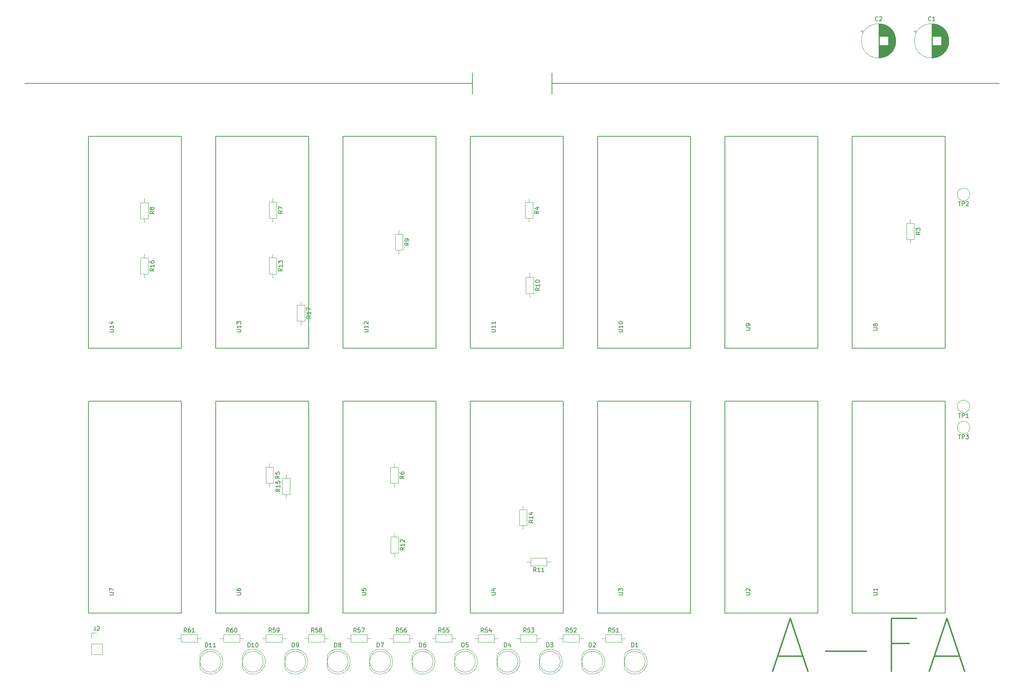
<source format=gbr>
G04 #@! TF.GenerationSoftware,KiCad,Pcbnew,(5.0.0)*
G04 #@! TF.CreationDate,2019-03-30T18:13:55+00:00*
G04 #@! TF.ProjectId,A-FA,412D46412E6B696361645F7063620000,rev?*
G04 #@! TF.SameCoordinates,Original*
G04 #@! TF.FileFunction,Legend,Top*
G04 #@! TF.FilePolarity,Positive*
%FSLAX46Y46*%
G04 Gerber Fmt 4.6, Leading zero omitted, Abs format (unit mm)*
G04 Created by KiCad (PCBNEW (5.0.0)) date 03/30/19 18:13:55*
%MOMM*%
%LPD*%
G01*
G04 APERTURE LIST*
%ADD10C,0.200000*%
%ADD11C,0.300000*%
%ADD12C,0.150000*%
%ADD13C,0.120000*%
G04 APERTURE END LIST*
D10*
X151599900Y-40640000D02*
X151599900Y-45720000D01*
X151599900Y-43180000D02*
X258749800Y-43180000D01*
X132549900Y-40640000D02*
X132549900Y-45720000D01*
X25400000Y-43180000D02*
X132549900Y-43180000D01*
D11*
X205685571Y-180551666D02*
X211733190Y-180551666D01*
X204476047Y-184180238D02*
X208709380Y-171480238D01*
X212942714Y-184180238D01*
X217176047Y-179342142D02*
X226852238Y-179342142D01*
X237133190Y-177527857D02*
X232899857Y-177527857D01*
X232899857Y-184180238D02*
X232899857Y-171480238D01*
X238947476Y-171480238D01*
X243180809Y-180551666D02*
X249228428Y-180551666D01*
X241971285Y-184180238D02*
X246204619Y-171480238D01*
X250437952Y-184180238D01*
D12*
G04 #@! TO.C,U8*
X245745000Y-106680000D02*
X223520000Y-106680000D01*
X245745000Y-55880000D02*
X245745000Y-106680000D01*
X223520000Y-55880000D02*
X245745000Y-55880000D01*
X223520000Y-106680000D02*
X223520000Y-55880000D01*
G04 #@! TO.C,U1*
X245745000Y-170180000D02*
X223520000Y-170180000D01*
X245745000Y-119380000D02*
X245745000Y-170180000D01*
X223520000Y-119380000D02*
X245745000Y-119380000D01*
X223520000Y-170180000D02*
X223520000Y-119380000D01*
G04 #@! TO.C,U12*
X123825000Y-106680000D02*
X101600000Y-106680000D01*
X123825000Y-55880000D02*
X123825000Y-106680000D01*
X101600000Y-55880000D02*
X123825000Y-55880000D01*
X101600000Y-106680000D02*
X101600000Y-55880000D01*
G04 #@! TO.C,U11*
X154305000Y-106680000D02*
X132080000Y-106680000D01*
X154305000Y-55880000D02*
X154305000Y-106680000D01*
X132080000Y-55880000D02*
X154305000Y-55880000D01*
X132080000Y-106680000D02*
X132080000Y-55880000D01*
G04 #@! TO.C,U14*
X62865000Y-106680000D02*
X40640000Y-106680000D01*
X62865000Y-55880000D02*
X62865000Y-106680000D01*
X40640000Y-55880000D02*
X62865000Y-55880000D01*
X40640000Y-106680000D02*
X40640000Y-55880000D01*
G04 #@! TO.C,U13*
X93345000Y-106680000D02*
X71120000Y-106680000D01*
X93345000Y-55880000D02*
X93345000Y-106680000D01*
X71120000Y-55880000D02*
X93345000Y-55880000D01*
X71120000Y-106680000D02*
X71120000Y-55880000D01*
D13*
G04 #@! TO.C,R3*
X238346000Y-76756500D02*
X236506000Y-76756500D01*
X236506000Y-76756500D02*
X236506000Y-80596500D01*
X236506000Y-80596500D02*
X238346000Y-80596500D01*
X238346000Y-80596500D02*
X238346000Y-76756500D01*
X237426000Y-75806500D02*
X237426000Y-76756500D01*
X237426000Y-81546500D02*
X237426000Y-80596500D01*
G04 #@! TO.C,R4*
X147034000Y-71740000D02*
X145194000Y-71740000D01*
X145194000Y-71740000D02*
X145194000Y-75580000D01*
X145194000Y-75580000D02*
X147034000Y-75580000D01*
X147034000Y-75580000D02*
X147034000Y-71740000D01*
X146114000Y-70790000D02*
X146114000Y-71740000D01*
X146114000Y-76530000D02*
X146114000Y-75580000D01*
G04 #@! TO.C,R5*
X84930500Y-135240000D02*
X83090500Y-135240000D01*
X83090500Y-135240000D02*
X83090500Y-139080000D01*
X83090500Y-139080000D02*
X84930500Y-139080000D01*
X84930500Y-139080000D02*
X84930500Y-135240000D01*
X84010500Y-134290000D02*
X84010500Y-135240000D01*
X84010500Y-140030000D02*
X84010500Y-139080000D01*
G04 #@! TO.C,R6*
X114776000Y-135240000D02*
X112936000Y-135240000D01*
X112936000Y-135240000D02*
X112936000Y-139080000D01*
X112936000Y-139080000D02*
X114776000Y-139080000D01*
X114776000Y-139080000D02*
X114776000Y-135240000D01*
X113856000Y-134290000D02*
X113856000Y-135240000D01*
X113856000Y-140030000D02*
X113856000Y-139080000D01*
G04 #@! TO.C,R7*
X85692500Y-71676500D02*
X83852500Y-71676500D01*
X83852500Y-71676500D02*
X83852500Y-75516500D01*
X83852500Y-75516500D02*
X85692500Y-75516500D01*
X85692500Y-75516500D02*
X85692500Y-71676500D01*
X84772500Y-70726500D02*
X84772500Y-71676500D01*
X84772500Y-76466500D02*
X84772500Y-75516500D01*
G04 #@! TO.C,R8*
X54895000Y-71803500D02*
X53055000Y-71803500D01*
X53055000Y-71803500D02*
X53055000Y-75643500D01*
X53055000Y-75643500D02*
X54895000Y-75643500D01*
X54895000Y-75643500D02*
X54895000Y-71803500D01*
X53975000Y-70853500D02*
X53975000Y-71803500D01*
X53975000Y-76593500D02*
X53975000Y-75643500D01*
G04 #@! TO.C,R9*
X115918000Y-79360000D02*
X114078000Y-79360000D01*
X114078000Y-79360000D02*
X114078000Y-83200000D01*
X114078000Y-83200000D02*
X115918000Y-83200000D01*
X115918000Y-83200000D02*
X115918000Y-79360000D01*
X114998000Y-78410000D02*
X114998000Y-79360000D01*
X114998000Y-84150000D02*
X114998000Y-83200000D01*
G04 #@! TO.C,R10*
X147224000Y-89710500D02*
X145384000Y-89710500D01*
X145384000Y-89710500D02*
X145384000Y-93550500D01*
X145384000Y-93550500D02*
X147224000Y-93550500D01*
X147224000Y-93550500D02*
X147224000Y-89710500D01*
X146304000Y-88760500D02*
X146304000Y-89710500D01*
X146304000Y-94500500D02*
X146304000Y-93550500D01*
G04 #@! TO.C,R11*
X150383000Y-158844000D02*
X150383000Y-157004000D01*
X150383000Y-157004000D02*
X146543000Y-157004000D01*
X146543000Y-157004000D02*
X146543000Y-158844000D01*
X146543000Y-158844000D02*
X150383000Y-158844000D01*
X151333000Y-157924000D02*
X150383000Y-157924000D01*
X145593000Y-157924000D02*
X146543000Y-157924000D01*
G04 #@! TO.C,R12*
X114839000Y-151940000D02*
X112999000Y-151940000D01*
X112999000Y-151940000D02*
X112999000Y-155780000D01*
X112999000Y-155780000D02*
X114839000Y-155780000D01*
X114839000Y-155780000D02*
X114839000Y-151940000D01*
X113919000Y-150990000D02*
X113919000Y-151940000D01*
X113919000Y-156730000D02*
X113919000Y-155780000D01*
G04 #@! TO.C,R13*
X85692500Y-85075000D02*
X83852500Y-85075000D01*
X83852500Y-85075000D02*
X83852500Y-88915000D01*
X83852500Y-88915000D02*
X85692500Y-88915000D01*
X85692500Y-88915000D02*
X85692500Y-85075000D01*
X84772500Y-84125000D02*
X84772500Y-85075000D01*
X84772500Y-89865000D02*
X84772500Y-88915000D01*
G04 #@! TO.C,R14*
X145636000Y-145400000D02*
X143796000Y-145400000D01*
X143796000Y-145400000D02*
X143796000Y-149240000D01*
X143796000Y-149240000D02*
X145636000Y-149240000D01*
X145636000Y-149240000D02*
X145636000Y-145400000D01*
X144716000Y-144450000D02*
X144716000Y-145400000D01*
X144716000Y-150190000D02*
X144716000Y-149240000D01*
G04 #@! TO.C,R15*
X87027500Y-141747000D02*
X88867500Y-141747000D01*
X88867500Y-141747000D02*
X88867500Y-137907000D01*
X88867500Y-137907000D02*
X87027500Y-137907000D01*
X87027500Y-137907000D02*
X87027500Y-141747000D01*
X87947500Y-142697000D02*
X87947500Y-141747000D01*
X87947500Y-136957000D02*
X87947500Y-137907000D01*
G04 #@! TO.C,R16*
X54895000Y-85075000D02*
X53055000Y-85075000D01*
X53055000Y-85075000D02*
X53055000Y-88915000D01*
X53055000Y-88915000D02*
X54895000Y-88915000D01*
X54895000Y-88915000D02*
X54895000Y-85075000D01*
X53975000Y-84125000D02*
X53975000Y-85075000D01*
X53975000Y-89865000D02*
X53975000Y-88915000D01*
G04 #@! TO.C,R17*
X92423500Y-96378000D02*
X90583500Y-96378000D01*
X90583500Y-96378000D02*
X90583500Y-100218000D01*
X90583500Y-100218000D02*
X92423500Y-100218000D01*
X92423500Y-100218000D02*
X92423500Y-96378000D01*
X91503500Y-95428000D02*
X91503500Y-96378000D01*
X91503500Y-101168000D02*
X91503500Y-100218000D01*
D12*
G04 #@! TO.C,U2*
X215265000Y-170180000D02*
X193040000Y-170180000D01*
X215265000Y-119380000D02*
X215265000Y-170180000D01*
X193040000Y-119380000D02*
X215265000Y-119380000D01*
X193040000Y-170180000D02*
X193040000Y-119380000D01*
G04 #@! TO.C,U3*
X184785000Y-170180000D02*
X162560000Y-170180000D01*
X184785000Y-119380000D02*
X184785000Y-170180000D01*
X162560000Y-119380000D02*
X184785000Y-119380000D01*
X162560000Y-170180000D02*
X162560000Y-119380000D01*
G04 #@! TO.C,U4*
X154305000Y-170180000D02*
X132080000Y-170180000D01*
X154305000Y-119380000D02*
X154305000Y-170180000D01*
X132080000Y-119380000D02*
X154305000Y-119380000D01*
X132080000Y-170180000D02*
X132080000Y-119380000D01*
G04 #@! TO.C,U5*
X123825000Y-170180000D02*
X101600000Y-170180000D01*
X123825000Y-119380000D02*
X123825000Y-170180000D01*
X101600000Y-119380000D02*
X123825000Y-119380000D01*
X101600000Y-170180000D02*
X101600000Y-119380000D01*
G04 #@! TO.C,U6*
X93345000Y-170180000D02*
X71120000Y-170180000D01*
X93345000Y-119380000D02*
X93345000Y-170180000D01*
X71120000Y-119380000D02*
X93345000Y-119380000D01*
X71120000Y-170180000D02*
X71120000Y-119380000D01*
G04 #@! TO.C,U7*
X62865000Y-170180000D02*
X40640000Y-170180000D01*
X62865000Y-119380000D02*
X62865000Y-170180000D01*
X40640000Y-119380000D02*
X62865000Y-119380000D01*
X40640000Y-170180000D02*
X40640000Y-119380000D01*
G04 #@! TO.C,U9*
X215265000Y-106680000D02*
X193040000Y-106680000D01*
X215265000Y-55880000D02*
X215265000Y-106680000D01*
X193040000Y-55880000D02*
X215265000Y-55880000D01*
X193040000Y-106680000D02*
X193040000Y-55880000D01*
G04 #@! TO.C,U10*
X184785000Y-106680000D02*
X162560000Y-106680000D01*
X184785000Y-55880000D02*
X184785000Y-106680000D01*
X162560000Y-55880000D02*
X184785000Y-55880000D01*
X162560000Y-106680000D02*
X162560000Y-55880000D01*
D13*
G04 #@! TO.C,C1*
X238540302Y-30305000D02*
X238540302Y-31105000D01*
X238140302Y-30705000D02*
X238940302Y-30705000D01*
X246631000Y-32487000D02*
X246631000Y-33553000D01*
X246591000Y-32252000D02*
X246591000Y-33788000D01*
X246551000Y-32072000D02*
X246551000Y-33968000D01*
X246511000Y-31922000D02*
X246511000Y-34118000D01*
X246471000Y-31791000D02*
X246471000Y-34249000D01*
X246431000Y-31674000D02*
X246431000Y-34366000D01*
X246391000Y-31567000D02*
X246391000Y-34473000D01*
X246351000Y-31468000D02*
X246351000Y-34572000D01*
X246311000Y-31375000D02*
X246311000Y-34665000D01*
X246271000Y-31289000D02*
X246271000Y-34751000D01*
X246231000Y-31207000D02*
X246231000Y-34833000D01*
X246191000Y-31130000D02*
X246191000Y-34910000D01*
X246151000Y-31056000D02*
X246151000Y-34984000D01*
X246111000Y-30986000D02*
X246111000Y-35054000D01*
X246071000Y-30918000D02*
X246071000Y-35122000D01*
X246031000Y-30854000D02*
X246031000Y-35186000D01*
X245991000Y-30792000D02*
X245991000Y-35248000D01*
X245951000Y-30733000D02*
X245951000Y-35307000D01*
X245911000Y-30675000D02*
X245911000Y-35365000D01*
X245871000Y-30620000D02*
X245871000Y-35420000D01*
X245831000Y-30566000D02*
X245831000Y-35474000D01*
X245791000Y-30515000D02*
X245791000Y-35525000D01*
X245751000Y-30464000D02*
X245751000Y-35576000D01*
X245711000Y-30416000D02*
X245711000Y-35624000D01*
X245671000Y-30369000D02*
X245671000Y-35671000D01*
X245631000Y-30323000D02*
X245631000Y-35717000D01*
X245591000Y-30279000D02*
X245591000Y-35761000D01*
X245551000Y-30236000D02*
X245551000Y-35804000D01*
X245511000Y-30194000D02*
X245511000Y-35846000D01*
X245471000Y-30153000D02*
X245471000Y-35887000D01*
X245431000Y-30113000D02*
X245431000Y-35927000D01*
X245391000Y-30075000D02*
X245391000Y-35965000D01*
X245351000Y-30037000D02*
X245351000Y-36003000D01*
X245311000Y-30001000D02*
X245311000Y-36039000D01*
X245271000Y-29965000D02*
X245271000Y-36075000D01*
X245231000Y-29930000D02*
X245231000Y-36110000D01*
X245191000Y-29896000D02*
X245191000Y-36144000D01*
X245151000Y-29864000D02*
X245151000Y-36176000D01*
X245111000Y-29831000D02*
X245111000Y-36209000D01*
X245071000Y-29800000D02*
X245071000Y-36240000D01*
X245031000Y-29770000D02*
X245031000Y-36270000D01*
X244991000Y-29740000D02*
X244991000Y-36300000D01*
X244951000Y-29711000D02*
X244951000Y-36329000D01*
X244911000Y-29682000D02*
X244911000Y-36358000D01*
X244871000Y-29655000D02*
X244871000Y-36385000D01*
X244831000Y-34060000D02*
X244831000Y-36412000D01*
X244831000Y-29628000D02*
X244831000Y-31980000D01*
X244791000Y-34060000D02*
X244791000Y-36438000D01*
X244791000Y-29602000D02*
X244791000Y-31980000D01*
X244751000Y-34060000D02*
X244751000Y-36464000D01*
X244751000Y-29576000D02*
X244751000Y-31980000D01*
X244711000Y-34060000D02*
X244711000Y-36489000D01*
X244711000Y-29551000D02*
X244711000Y-31980000D01*
X244671000Y-34060000D02*
X244671000Y-36513000D01*
X244671000Y-29527000D02*
X244671000Y-31980000D01*
X244631000Y-34060000D02*
X244631000Y-36537000D01*
X244631000Y-29503000D02*
X244631000Y-31980000D01*
X244591000Y-34060000D02*
X244591000Y-36560000D01*
X244591000Y-29480000D02*
X244591000Y-31980000D01*
X244551000Y-34060000D02*
X244551000Y-36582000D01*
X244551000Y-29458000D02*
X244551000Y-31980000D01*
X244511000Y-34060000D02*
X244511000Y-36604000D01*
X244511000Y-29436000D02*
X244511000Y-31980000D01*
X244471000Y-34060000D02*
X244471000Y-36626000D01*
X244471000Y-29414000D02*
X244471000Y-31980000D01*
X244431000Y-34060000D02*
X244431000Y-36647000D01*
X244431000Y-29393000D02*
X244431000Y-31980000D01*
X244391000Y-34060000D02*
X244391000Y-36667000D01*
X244391000Y-29373000D02*
X244391000Y-31980000D01*
X244351000Y-34060000D02*
X244351000Y-36686000D01*
X244351000Y-29354000D02*
X244351000Y-31980000D01*
X244311000Y-34060000D02*
X244311000Y-36706000D01*
X244311000Y-29334000D02*
X244311000Y-31980000D01*
X244271000Y-34060000D02*
X244271000Y-36724000D01*
X244271000Y-29316000D02*
X244271000Y-31980000D01*
X244231000Y-34060000D02*
X244231000Y-36742000D01*
X244231000Y-29298000D02*
X244231000Y-31980000D01*
X244191000Y-34060000D02*
X244191000Y-36760000D01*
X244191000Y-29280000D02*
X244191000Y-31980000D01*
X244151000Y-34060000D02*
X244151000Y-36777000D01*
X244151000Y-29263000D02*
X244151000Y-31980000D01*
X244111000Y-34060000D02*
X244111000Y-36794000D01*
X244111000Y-29246000D02*
X244111000Y-31980000D01*
X244071000Y-34060000D02*
X244071000Y-36810000D01*
X244071000Y-29230000D02*
X244071000Y-31980000D01*
X244031000Y-34060000D02*
X244031000Y-36825000D01*
X244031000Y-29215000D02*
X244031000Y-31980000D01*
X243991000Y-34060000D02*
X243991000Y-36841000D01*
X243991000Y-29199000D02*
X243991000Y-31980000D01*
X243951000Y-34060000D02*
X243951000Y-36855000D01*
X243951000Y-29185000D02*
X243951000Y-31980000D01*
X243911000Y-34060000D02*
X243911000Y-36870000D01*
X243911000Y-29170000D02*
X243911000Y-31980000D01*
X243871000Y-34060000D02*
X243871000Y-36883000D01*
X243871000Y-29157000D02*
X243871000Y-31980000D01*
X243831000Y-34060000D02*
X243831000Y-36897000D01*
X243831000Y-29143000D02*
X243831000Y-31980000D01*
X243791000Y-34060000D02*
X243791000Y-36909000D01*
X243791000Y-29131000D02*
X243791000Y-31980000D01*
X243751000Y-34060000D02*
X243751000Y-36922000D01*
X243751000Y-29118000D02*
X243751000Y-31980000D01*
X243711000Y-34060000D02*
X243711000Y-36934000D01*
X243711000Y-29106000D02*
X243711000Y-31980000D01*
X243671000Y-34060000D02*
X243671000Y-36945000D01*
X243671000Y-29095000D02*
X243671000Y-31980000D01*
X243631000Y-34060000D02*
X243631000Y-36956000D01*
X243631000Y-29084000D02*
X243631000Y-31980000D01*
X243591000Y-34060000D02*
X243591000Y-36967000D01*
X243591000Y-29073000D02*
X243591000Y-31980000D01*
X243551000Y-34060000D02*
X243551000Y-36977000D01*
X243551000Y-29063000D02*
X243551000Y-31980000D01*
X243511000Y-34060000D02*
X243511000Y-36987000D01*
X243511000Y-29053000D02*
X243511000Y-31980000D01*
X243471000Y-34060000D02*
X243471000Y-36996000D01*
X243471000Y-29044000D02*
X243471000Y-31980000D01*
X243431000Y-34060000D02*
X243431000Y-37005000D01*
X243431000Y-29035000D02*
X243431000Y-31980000D01*
X243391000Y-34060000D02*
X243391000Y-37014000D01*
X243391000Y-29026000D02*
X243391000Y-31980000D01*
X243351000Y-34060000D02*
X243351000Y-37022000D01*
X243351000Y-29018000D02*
X243351000Y-31980000D01*
X243311000Y-34060000D02*
X243311000Y-37030000D01*
X243311000Y-29010000D02*
X243311000Y-31980000D01*
X243271000Y-34060000D02*
X243271000Y-37037000D01*
X243271000Y-29003000D02*
X243271000Y-31980000D01*
X243230000Y-34060000D02*
X243230000Y-37044000D01*
X243230000Y-28996000D02*
X243230000Y-31980000D01*
X243190000Y-34060000D02*
X243190000Y-37050000D01*
X243190000Y-28990000D02*
X243190000Y-31980000D01*
X243150000Y-34060000D02*
X243150000Y-37057000D01*
X243150000Y-28983000D02*
X243150000Y-31980000D01*
X243110000Y-34060000D02*
X243110000Y-37062000D01*
X243110000Y-28978000D02*
X243110000Y-31980000D01*
X243070000Y-34060000D02*
X243070000Y-37068000D01*
X243070000Y-28972000D02*
X243070000Y-31980000D01*
X243030000Y-34060000D02*
X243030000Y-37072000D01*
X243030000Y-28968000D02*
X243030000Y-31980000D01*
X242990000Y-34060000D02*
X242990000Y-37077000D01*
X242990000Y-28963000D02*
X242990000Y-31980000D01*
X242950000Y-34060000D02*
X242950000Y-37081000D01*
X242950000Y-28959000D02*
X242950000Y-31980000D01*
X242910000Y-34060000D02*
X242910000Y-37085000D01*
X242910000Y-28955000D02*
X242910000Y-31980000D01*
X242870000Y-34060000D02*
X242870000Y-37088000D01*
X242870000Y-28952000D02*
X242870000Y-31980000D01*
X242830000Y-34060000D02*
X242830000Y-37091000D01*
X242830000Y-28949000D02*
X242830000Y-31980000D01*
X242790000Y-34060000D02*
X242790000Y-37094000D01*
X242790000Y-28946000D02*
X242790000Y-31980000D01*
X242750000Y-28944000D02*
X242750000Y-37096000D01*
X242710000Y-28943000D02*
X242710000Y-37097000D01*
X242670000Y-28941000D02*
X242670000Y-37099000D01*
X242630000Y-28940000D02*
X242630000Y-37100000D01*
X242590000Y-28940000D02*
X242590000Y-37100000D01*
X242550000Y-28940000D02*
X242550000Y-37100000D01*
X246670000Y-33020000D02*
G75*
G03X246670000Y-33020000I-4120000J0D01*
G01*
G04 #@! TO.C,C2*
X225840302Y-30305000D02*
X225840302Y-31105000D01*
X225440302Y-30705000D02*
X226240302Y-30705000D01*
X233931000Y-32487000D02*
X233931000Y-33553000D01*
X233891000Y-32252000D02*
X233891000Y-33788000D01*
X233851000Y-32072000D02*
X233851000Y-33968000D01*
X233811000Y-31922000D02*
X233811000Y-34118000D01*
X233771000Y-31791000D02*
X233771000Y-34249000D01*
X233731000Y-31674000D02*
X233731000Y-34366000D01*
X233691000Y-31567000D02*
X233691000Y-34473000D01*
X233651000Y-31468000D02*
X233651000Y-34572000D01*
X233611000Y-31375000D02*
X233611000Y-34665000D01*
X233571000Y-31289000D02*
X233571000Y-34751000D01*
X233531000Y-31207000D02*
X233531000Y-34833000D01*
X233491000Y-31130000D02*
X233491000Y-34910000D01*
X233451000Y-31056000D02*
X233451000Y-34984000D01*
X233411000Y-30986000D02*
X233411000Y-35054000D01*
X233371000Y-30918000D02*
X233371000Y-35122000D01*
X233331000Y-30854000D02*
X233331000Y-35186000D01*
X233291000Y-30792000D02*
X233291000Y-35248000D01*
X233251000Y-30733000D02*
X233251000Y-35307000D01*
X233211000Y-30675000D02*
X233211000Y-35365000D01*
X233171000Y-30620000D02*
X233171000Y-35420000D01*
X233131000Y-30566000D02*
X233131000Y-35474000D01*
X233091000Y-30515000D02*
X233091000Y-35525000D01*
X233051000Y-30464000D02*
X233051000Y-35576000D01*
X233011000Y-30416000D02*
X233011000Y-35624000D01*
X232971000Y-30369000D02*
X232971000Y-35671000D01*
X232931000Y-30323000D02*
X232931000Y-35717000D01*
X232891000Y-30279000D02*
X232891000Y-35761000D01*
X232851000Y-30236000D02*
X232851000Y-35804000D01*
X232811000Y-30194000D02*
X232811000Y-35846000D01*
X232771000Y-30153000D02*
X232771000Y-35887000D01*
X232731000Y-30113000D02*
X232731000Y-35927000D01*
X232691000Y-30075000D02*
X232691000Y-35965000D01*
X232651000Y-30037000D02*
X232651000Y-36003000D01*
X232611000Y-30001000D02*
X232611000Y-36039000D01*
X232571000Y-29965000D02*
X232571000Y-36075000D01*
X232531000Y-29930000D02*
X232531000Y-36110000D01*
X232491000Y-29896000D02*
X232491000Y-36144000D01*
X232451000Y-29864000D02*
X232451000Y-36176000D01*
X232411000Y-29831000D02*
X232411000Y-36209000D01*
X232371000Y-29800000D02*
X232371000Y-36240000D01*
X232331000Y-29770000D02*
X232331000Y-36270000D01*
X232291000Y-29740000D02*
X232291000Y-36300000D01*
X232251000Y-29711000D02*
X232251000Y-36329000D01*
X232211000Y-29682000D02*
X232211000Y-36358000D01*
X232171000Y-29655000D02*
X232171000Y-36385000D01*
X232131000Y-34060000D02*
X232131000Y-36412000D01*
X232131000Y-29628000D02*
X232131000Y-31980000D01*
X232091000Y-34060000D02*
X232091000Y-36438000D01*
X232091000Y-29602000D02*
X232091000Y-31980000D01*
X232051000Y-34060000D02*
X232051000Y-36464000D01*
X232051000Y-29576000D02*
X232051000Y-31980000D01*
X232011000Y-34060000D02*
X232011000Y-36489000D01*
X232011000Y-29551000D02*
X232011000Y-31980000D01*
X231971000Y-34060000D02*
X231971000Y-36513000D01*
X231971000Y-29527000D02*
X231971000Y-31980000D01*
X231931000Y-34060000D02*
X231931000Y-36537000D01*
X231931000Y-29503000D02*
X231931000Y-31980000D01*
X231891000Y-34060000D02*
X231891000Y-36560000D01*
X231891000Y-29480000D02*
X231891000Y-31980000D01*
X231851000Y-34060000D02*
X231851000Y-36582000D01*
X231851000Y-29458000D02*
X231851000Y-31980000D01*
X231811000Y-34060000D02*
X231811000Y-36604000D01*
X231811000Y-29436000D02*
X231811000Y-31980000D01*
X231771000Y-34060000D02*
X231771000Y-36626000D01*
X231771000Y-29414000D02*
X231771000Y-31980000D01*
X231731000Y-34060000D02*
X231731000Y-36647000D01*
X231731000Y-29393000D02*
X231731000Y-31980000D01*
X231691000Y-34060000D02*
X231691000Y-36667000D01*
X231691000Y-29373000D02*
X231691000Y-31980000D01*
X231651000Y-34060000D02*
X231651000Y-36686000D01*
X231651000Y-29354000D02*
X231651000Y-31980000D01*
X231611000Y-34060000D02*
X231611000Y-36706000D01*
X231611000Y-29334000D02*
X231611000Y-31980000D01*
X231571000Y-34060000D02*
X231571000Y-36724000D01*
X231571000Y-29316000D02*
X231571000Y-31980000D01*
X231531000Y-34060000D02*
X231531000Y-36742000D01*
X231531000Y-29298000D02*
X231531000Y-31980000D01*
X231491000Y-34060000D02*
X231491000Y-36760000D01*
X231491000Y-29280000D02*
X231491000Y-31980000D01*
X231451000Y-34060000D02*
X231451000Y-36777000D01*
X231451000Y-29263000D02*
X231451000Y-31980000D01*
X231411000Y-34060000D02*
X231411000Y-36794000D01*
X231411000Y-29246000D02*
X231411000Y-31980000D01*
X231371000Y-34060000D02*
X231371000Y-36810000D01*
X231371000Y-29230000D02*
X231371000Y-31980000D01*
X231331000Y-34060000D02*
X231331000Y-36825000D01*
X231331000Y-29215000D02*
X231331000Y-31980000D01*
X231291000Y-34060000D02*
X231291000Y-36841000D01*
X231291000Y-29199000D02*
X231291000Y-31980000D01*
X231251000Y-34060000D02*
X231251000Y-36855000D01*
X231251000Y-29185000D02*
X231251000Y-31980000D01*
X231211000Y-34060000D02*
X231211000Y-36870000D01*
X231211000Y-29170000D02*
X231211000Y-31980000D01*
X231171000Y-34060000D02*
X231171000Y-36883000D01*
X231171000Y-29157000D02*
X231171000Y-31980000D01*
X231131000Y-34060000D02*
X231131000Y-36897000D01*
X231131000Y-29143000D02*
X231131000Y-31980000D01*
X231091000Y-34060000D02*
X231091000Y-36909000D01*
X231091000Y-29131000D02*
X231091000Y-31980000D01*
X231051000Y-34060000D02*
X231051000Y-36922000D01*
X231051000Y-29118000D02*
X231051000Y-31980000D01*
X231011000Y-34060000D02*
X231011000Y-36934000D01*
X231011000Y-29106000D02*
X231011000Y-31980000D01*
X230971000Y-34060000D02*
X230971000Y-36945000D01*
X230971000Y-29095000D02*
X230971000Y-31980000D01*
X230931000Y-34060000D02*
X230931000Y-36956000D01*
X230931000Y-29084000D02*
X230931000Y-31980000D01*
X230891000Y-34060000D02*
X230891000Y-36967000D01*
X230891000Y-29073000D02*
X230891000Y-31980000D01*
X230851000Y-34060000D02*
X230851000Y-36977000D01*
X230851000Y-29063000D02*
X230851000Y-31980000D01*
X230811000Y-34060000D02*
X230811000Y-36987000D01*
X230811000Y-29053000D02*
X230811000Y-31980000D01*
X230771000Y-34060000D02*
X230771000Y-36996000D01*
X230771000Y-29044000D02*
X230771000Y-31980000D01*
X230731000Y-34060000D02*
X230731000Y-37005000D01*
X230731000Y-29035000D02*
X230731000Y-31980000D01*
X230691000Y-34060000D02*
X230691000Y-37014000D01*
X230691000Y-29026000D02*
X230691000Y-31980000D01*
X230651000Y-34060000D02*
X230651000Y-37022000D01*
X230651000Y-29018000D02*
X230651000Y-31980000D01*
X230611000Y-34060000D02*
X230611000Y-37030000D01*
X230611000Y-29010000D02*
X230611000Y-31980000D01*
X230571000Y-34060000D02*
X230571000Y-37037000D01*
X230571000Y-29003000D02*
X230571000Y-31980000D01*
X230530000Y-34060000D02*
X230530000Y-37044000D01*
X230530000Y-28996000D02*
X230530000Y-31980000D01*
X230490000Y-34060000D02*
X230490000Y-37050000D01*
X230490000Y-28990000D02*
X230490000Y-31980000D01*
X230450000Y-34060000D02*
X230450000Y-37057000D01*
X230450000Y-28983000D02*
X230450000Y-31980000D01*
X230410000Y-34060000D02*
X230410000Y-37062000D01*
X230410000Y-28978000D02*
X230410000Y-31980000D01*
X230370000Y-34060000D02*
X230370000Y-37068000D01*
X230370000Y-28972000D02*
X230370000Y-31980000D01*
X230330000Y-34060000D02*
X230330000Y-37072000D01*
X230330000Y-28968000D02*
X230330000Y-31980000D01*
X230290000Y-34060000D02*
X230290000Y-37077000D01*
X230290000Y-28963000D02*
X230290000Y-31980000D01*
X230250000Y-34060000D02*
X230250000Y-37081000D01*
X230250000Y-28959000D02*
X230250000Y-31980000D01*
X230210000Y-34060000D02*
X230210000Y-37085000D01*
X230210000Y-28955000D02*
X230210000Y-31980000D01*
X230170000Y-34060000D02*
X230170000Y-37088000D01*
X230170000Y-28952000D02*
X230170000Y-31980000D01*
X230130000Y-34060000D02*
X230130000Y-37091000D01*
X230130000Y-28949000D02*
X230130000Y-31980000D01*
X230090000Y-34060000D02*
X230090000Y-37094000D01*
X230090000Y-28946000D02*
X230090000Y-31980000D01*
X230050000Y-28944000D02*
X230050000Y-37096000D01*
X230010000Y-28943000D02*
X230010000Y-37097000D01*
X229970000Y-28941000D02*
X229970000Y-37099000D01*
X229930000Y-28940000D02*
X229930000Y-37100000D01*
X229890000Y-28940000D02*
X229890000Y-37100000D01*
X229850000Y-28940000D02*
X229850000Y-37100000D01*
X233970000Y-33020000D02*
G75*
G03X233970000Y-33020000I-4120000J0D01*
G01*
G04 #@! TO.C,R51*
X164450000Y-175356000D02*
X164450000Y-177196000D01*
X164450000Y-177196000D02*
X168290000Y-177196000D01*
X168290000Y-177196000D02*
X168290000Y-175356000D01*
X168290000Y-175356000D02*
X164450000Y-175356000D01*
X163500000Y-176276000D02*
X164450000Y-176276000D01*
X169240000Y-176276000D02*
X168290000Y-176276000D01*
G04 #@! TO.C,R52*
X154290000Y-175356000D02*
X154290000Y-177196000D01*
X154290000Y-177196000D02*
X158130000Y-177196000D01*
X158130000Y-177196000D02*
X158130000Y-175356000D01*
X158130000Y-175356000D02*
X154290000Y-175356000D01*
X153340000Y-176276000D02*
X154290000Y-176276000D01*
X159080000Y-176276000D02*
X158130000Y-176276000D01*
G04 #@! TO.C,R53*
X144130000Y-175356000D02*
X144130000Y-177196000D01*
X144130000Y-177196000D02*
X147970000Y-177196000D01*
X147970000Y-177196000D02*
X147970000Y-175356000D01*
X147970000Y-175356000D02*
X144130000Y-175356000D01*
X143180000Y-176276000D02*
X144130000Y-176276000D01*
X148920000Y-176276000D02*
X147970000Y-176276000D01*
G04 #@! TO.C,R54*
X133970000Y-175356000D02*
X133970000Y-177196000D01*
X133970000Y-177196000D02*
X137810000Y-177196000D01*
X137810000Y-177196000D02*
X137810000Y-175356000D01*
X137810000Y-175356000D02*
X133970000Y-175356000D01*
X133020000Y-176276000D02*
X133970000Y-176276000D01*
X138760000Y-176276000D02*
X137810000Y-176276000D01*
G04 #@! TO.C,R55*
X123810000Y-175356000D02*
X123810000Y-177196000D01*
X123810000Y-177196000D02*
X127650000Y-177196000D01*
X127650000Y-177196000D02*
X127650000Y-175356000D01*
X127650000Y-175356000D02*
X123810000Y-175356000D01*
X122860000Y-176276000D02*
X123810000Y-176276000D01*
X128600000Y-176276000D02*
X127650000Y-176276000D01*
G04 #@! TO.C,R56*
X113650000Y-175356000D02*
X113650000Y-177196000D01*
X113650000Y-177196000D02*
X117490000Y-177196000D01*
X117490000Y-177196000D02*
X117490000Y-175356000D01*
X117490000Y-175356000D02*
X113650000Y-175356000D01*
X112700000Y-176276000D02*
X113650000Y-176276000D01*
X118440000Y-176276000D02*
X117490000Y-176276000D01*
G04 #@! TO.C,R57*
X103490000Y-175356000D02*
X103490000Y-177196000D01*
X103490000Y-177196000D02*
X107330000Y-177196000D01*
X107330000Y-177196000D02*
X107330000Y-175356000D01*
X107330000Y-175356000D02*
X103490000Y-175356000D01*
X102540000Y-176276000D02*
X103490000Y-176276000D01*
X108280000Y-176276000D02*
X107330000Y-176276000D01*
G04 #@! TO.C,R58*
X93330000Y-175356000D02*
X93330000Y-177196000D01*
X93330000Y-177196000D02*
X97170000Y-177196000D01*
X97170000Y-177196000D02*
X97170000Y-175356000D01*
X97170000Y-175356000D02*
X93330000Y-175356000D01*
X92380000Y-176276000D02*
X93330000Y-176276000D01*
X98120000Y-176276000D02*
X97170000Y-176276000D01*
G04 #@! TO.C,R59*
X83170000Y-175356000D02*
X83170000Y-177196000D01*
X83170000Y-177196000D02*
X87010000Y-177196000D01*
X87010000Y-177196000D02*
X87010000Y-175356000D01*
X87010000Y-175356000D02*
X83170000Y-175356000D01*
X82220000Y-176276000D02*
X83170000Y-176276000D01*
X87960000Y-176276000D02*
X87010000Y-176276000D01*
G04 #@! TO.C,R60*
X73010000Y-175356000D02*
X73010000Y-177196000D01*
X73010000Y-177196000D02*
X76850000Y-177196000D01*
X76850000Y-177196000D02*
X76850000Y-175356000D01*
X76850000Y-175356000D02*
X73010000Y-175356000D01*
X72060000Y-176276000D02*
X73010000Y-176276000D01*
X77800000Y-176276000D02*
X76850000Y-176276000D01*
G04 #@! TO.C,R61*
X62850000Y-175356000D02*
X62850000Y-177196000D01*
X62850000Y-177196000D02*
X66690000Y-177196000D01*
X66690000Y-177196000D02*
X66690000Y-175356000D01*
X66690000Y-175356000D02*
X62850000Y-175356000D01*
X61900000Y-176276000D02*
X62850000Y-176276000D01*
X67640000Y-176276000D02*
X66690000Y-176276000D01*
G04 #@! TO.C,D1*
X168890000Y-180319000D02*
X168890000Y-183409000D01*
X173950000Y-181864000D02*
G75*
G03X173950000Y-181864000I-2500000J0D01*
G01*
X174440000Y-181863538D02*
G75*
G02X168890000Y-183408830I-2990000J-462D01*
G01*
X174440000Y-181864462D02*
G75*
G03X168890000Y-180319170I-2990000J462D01*
G01*
G04 #@! TO.C,D2*
X164280000Y-181864462D02*
G75*
G03X158730000Y-180319170I-2990000J462D01*
G01*
X164280000Y-181863538D02*
G75*
G02X158730000Y-183408830I-2990000J-462D01*
G01*
X163790000Y-181864000D02*
G75*
G03X163790000Y-181864000I-2500000J0D01*
G01*
X158730000Y-180319000D02*
X158730000Y-183409000D01*
G04 #@! TO.C,D3*
X154120000Y-181864462D02*
G75*
G03X148570000Y-180319170I-2990000J462D01*
G01*
X154120000Y-181863538D02*
G75*
G02X148570000Y-183408830I-2990000J-462D01*
G01*
X153630000Y-181864000D02*
G75*
G03X153630000Y-181864000I-2500000J0D01*
G01*
X148570000Y-180319000D02*
X148570000Y-183409000D01*
G04 #@! TO.C,D4*
X138410000Y-180319000D02*
X138410000Y-183409000D01*
X143470000Y-181864000D02*
G75*
G03X143470000Y-181864000I-2500000J0D01*
G01*
X143960000Y-181863538D02*
G75*
G02X138410000Y-183408830I-2990000J-462D01*
G01*
X143960000Y-181864462D02*
G75*
G03X138410000Y-180319170I-2990000J462D01*
G01*
G04 #@! TO.C,D5*
X133800000Y-181864462D02*
G75*
G03X128250000Y-180319170I-2990000J462D01*
G01*
X133800000Y-181863538D02*
G75*
G02X128250000Y-183408830I-2990000J-462D01*
G01*
X133310000Y-181864000D02*
G75*
G03X133310000Y-181864000I-2500000J0D01*
G01*
X128250000Y-180319000D02*
X128250000Y-183409000D01*
G04 #@! TO.C,D6*
X118090000Y-180319000D02*
X118090000Y-183409000D01*
X123150000Y-181864000D02*
G75*
G03X123150000Y-181864000I-2500000J0D01*
G01*
X123640000Y-181863538D02*
G75*
G02X118090000Y-183408830I-2990000J-462D01*
G01*
X123640000Y-181864462D02*
G75*
G03X118090000Y-180319170I-2990000J462D01*
G01*
G04 #@! TO.C,D7*
X113480000Y-181864462D02*
G75*
G03X107930000Y-180319170I-2990000J462D01*
G01*
X113480000Y-181863538D02*
G75*
G02X107930000Y-183408830I-2990000J-462D01*
G01*
X112990000Y-181864000D02*
G75*
G03X112990000Y-181864000I-2500000J0D01*
G01*
X107930000Y-180319000D02*
X107930000Y-183409000D01*
G04 #@! TO.C,D8*
X97770000Y-180319000D02*
X97770000Y-183409000D01*
X102830000Y-181864000D02*
G75*
G03X102830000Y-181864000I-2500000J0D01*
G01*
X103320000Y-181863538D02*
G75*
G02X97770000Y-183408830I-2990000J-462D01*
G01*
X103320000Y-181864462D02*
G75*
G03X97770000Y-180319170I-2990000J462D01*
G01*
G04 #@! TO.C,D9*
X93160000Y-181864462D02*
G75*
G03X87610000Y-180319170I-2990000J462D01*
G01*
X93160000Y-181863538D02*
G75*
G02X87610000Y-183408830I-2990000J-462D01*
G01*
X92670000Y-181864000D02*
G75*
G03X92670000Y-181864000I-2500000J0D01*
G01*
X87610000Y-180319000D02*
X87610000Y-183409000D01*
G04 #@! TO.C,D10*
X83000000Y-181864462D02*
G75*
G03X77450000Y-180319170I-2990000J462D01*
G01*
X83000000Y-181863538D02*
G75*
G02X77450000Y-183408830I-2990000J-462D01*
G01*
X82510000Y-181864000D02*
G75*
G03X82510000Y-181864000I-2500000J0D01*
G01*
X77450000Y-180319000D02*
X77450000Y-183409000D01*
G04 #@! TO.C,D11*
X67290000Y-180319000D02*
X67290000Y-183409000D01*
X72350000Y-181864000D02*
G75*
G03X72350000Y-181864000I-2500000J0D01*
G01*
X72840000Y-181863538D02*
G75*
G02X67290000Y-183408830I-2990000J-462D01*
G01*
X72840000Y-181864462D02*
G75*
G03X67290000Y-180319170I-2990000J462D01*
G01*
G04 #@! TO.C,J2*
X41278500Y-180146000D02*
X43938500Y-180146000D01*
X41278500Y-177546000D02*
X41278500Y-180146000D01*
X43938500Y-177546000D02*
X43938500Y-180146000D01*
X41278500Y-177546000D02*
X43938500Y-177546000D01*
X41278500Y-176276000D02*
X41278500Y-174946000D01*
X41278500Y-174946000D02*
X42608500Y-174946000D01*
G04 #@! TO.C,TP1*
X251690833Y-120650000D02*
G75*
G03X251690833Y-120650000I-1500833J0D01*
G01*
G04 #@! TO.C,TP2*
X251690833Y-69850000D02*
G75*
G03X251690833Y-69850000I-1500833J0D01*
G01*
G04 #@! TO.C,TP3*
X251690833Y-125730000D02*
G75*
G03X251690833Y-125730000I-1500833J0D01*
G01*
G04 #@! TO.C,U8*
D12*
X228552380Y-102361904D02*
X229361904Y-102361904D01*
X229457142Y-102314285D01*
X229504761Y-102266666D01*
X229552380Y-102171428D01*
X229552380Y-101980952D01*
X229504761Y-101885714D01*
X229457142Y-101838095D01*
X229361904Y-101790476D01*
X228552380Y-101790476D01*
X228980952Y-101171428D02*
X228933333Y-101266666D01*
X228885714Y-101314285D01*
X228790476Y-101361904D01*
X228742857Y-101361904D01*
X228647619Y-101314285D01*
X228600000Y-101266666D01*
X228552380Y-101171428D01*
X228552380Y-100980952D01*
X228600000Y-100885714D01*
X228647619Y-100838095D01*
X228742857Y-100790476D01*
X228790476Y-100790476D01*
X228885714Y-100838095D01*
X228933333Y-100885714D01*
X228980952Y-100980952D01*
X228980952Y-101171428D01*
X229028571Y-101266666D01*
X229076190Y-101314285D01*
X229171428Y-101361904D01*
X229361904Y-101361904D01*
X229457142Y-101314285D01*
X229504761Y-101266666D01*
X229552380Y-101171428D01*
X229552380Y-100980952D01*
X229504761Y-100885714D01*
X229457142Y-100838095D01*
X229361904Y-100790476D01*
X229171428Y-100790476D01*
X229076190Y-100838095D01*
X229028571Y-100885714D01*
X228980952Y-100980952D01*
G04 #@! TO.C,U1*
X228552380Y-165861904D02*
X229361904Y-165861904D01*
X229457142Y-165814285D01*
X229504761Y-165766666D01*
X229552380Y-165671428D01*
X229552380Y-165480952D01*
X229504761Y-165385714D01*
X229457142Y-165338095D01*
X229361904Y-165290476D01*
X228552380Y-165290476D01*
X229552380Y-164290476D02*
X229552380Y-164861904D01*
X229552380Y-164576190D02*
X228552380Y-164576190D01*
X228695238Y-164671428D01*
X228790476Y-164766666D01*
X228838095Y-164861904D01*
G04 #@! TO.C,U12*
X106632380Y-102838095D02*
X107441904Y-102838095D01*
X107537142Y-102790476D01*
X107584761Y-102742857D01*
X107632380Y-102647619D01*
X107632380Y-102457142D01*
X107584761Y-102361904D01*
X107537142Y-102314285D01*
X107441904Y-102266666D01*
X106632380Y-102266666D01*
X107632380Y-101266666D02*
X107632380Y-101838095D01*
X107632380Y-101552380D02*
X106632380Y-101552380D01*
X106775238Y-101647619D01*
X106870476Y-101742857D01*
X106918095Y-101838095D01*
X106727619Y-100885714D02*
X106680000Y-100838095D01*
X106632380Y-100742857D01*
X106632380Y-100504761D01*
X106680000Y-100409523D01*
X106727619Y-100361904D01*
X106822857Y-100314285D01*
X106918095Y-100314285D01*
X107060952Y-100361904D01*
X107632380Y-100933333D01*
X107632380Y-100314285D01*
G04 #@! TO.C,U11*
X137112380Y-102838095D02*
X137921904Y-102838095D01*
X138017142Y-102790476D01*
X138064761Y-102742857D01*
X138112380Y-102647619D01*
X138112380Y-102457142D01*
X138064761Y-102361904D01*
X138017142Y-102314285D01*
X137921904Y-102266666D01*
X137112380Y-102266666D01*
X138112380Y-101266666D02*
X138112380Y-101838095D01*
X138112380Y-101552380D02*
X137112380Y-101552380D01*
X137255238Y-101647619D01*
X137350476Y-101742857D01*
X137398095Y-101838095D01*
X138112380Y-100314285D02*
X138112380Y-100885714D01*
X138112380Y-100600000D02*
X137112380Y-100600000D01*
X137255238Y-100695238D01*
X137350476Y-100790476D01*
X137398095Y-100885714D01*
G04 #@! TO.C,U14*
X45672380Y-102838095D02*
X46481904Y-102838095D01*
X46577142Y-102790476D01*
X46624761Y-102742857D01*
X46672380Y-102647619D01*
X46672380Y-102457142D01*
X46624761Y-102361904D01*
X46577142Y-102314285D01*
X46481904Y-102266666D01*
X45672380Y-102266666D01*
X46672380Y-101266666D02*
X46672380Y-101838095D01*
X46672380Y-101552380D02*
X45672380Y-101552380D01*
X45815238Y-101647619D01*
X45910476Y-101742857D01*
X45958095Y-101838095D01*
X46005714Y-100409523D02*
X46672380Y-100409523D01*
X45624761Y-100647619D02*
X46339047Y-100885714D01*
X46339047Y-100266666D01*
G04 #@! TO.C,U13*
X76152380Y-102838095D02*
X76961904Y-102838095D01*
X77057142Y-102790476D01*
X77104761Y-102742857D01*
X77152380Y-102647619D01*
X77152380Y-102457142D01*
X77104761Y-102361904D01*
X77057142Y-102314285D01*
X76961904Y-102266666D01*
X76152380Y-102266666D01*
X77152380Y-101266666D02*
X77152380Y-101838095D01*
X77152380Y-101552380D02*
X76152380Y-101552380D01*
X76295238Y-101647619D01*
X76390476Y-101742857D01*
X76438095Y-101838095D01*
X76152380Y-100933333D02*
X76152380Y-100314285D01*
X76533333Y-100647619D01*
X76533333Y-100504761D01*
X76580952Y-100409523D01*
X76628571Y-100361904D01*
X76723809Y-100314285D01*
X76961904Y-100314285D01*
X77057142Y-100361904D01*
X77104761Y-100409523D01*
X77152380Y-100504761D01*
X77152380Y-100790476D01*
X77104761Y-100885714D01*
X77057142Y-100933333D01*
G04 #@! TO.C,R3*
X239798380Y-78843166D02*
X239322190Y-79176500D01*
X239798380Y-79414595D02*
X238798380Y-79414595D01*
X238798380Y-79033642D01*
X238846000Y-78938404D01*
X238893619Y-78890785D01*
X238988857Y-78843166D01*
X239131714Y-78843166D01*
X239226952Y-78890785D01*
X239274571Y-78938404D01*
X239322190Y-79033642D01*
X239322190Y-79414595D01*
X238798380Y-78509833D02*
X238798380Y-77890785D01*
X239179333Y-78224119D01*
X239179333Y-78081261D01*
X239226952Y-77986023D01*
X239274571Y-77938404D01*
X239369809Y-77890785D01*
X239607904Y-77890785D01*
X239703142Y-77938404D01*
X239750761Y-77986023D01*
X239798380Y-78081261D01*
X239798380Y-78366976D01*
X239750761Y-78462214D01*
X239703142Y-78509833D01*
G04 #@! TO.C,R4*
X148486380Y-73826666D02*
X148010190Y-74160000D01*
X148486380Y-74398095D02*
X147486380Y-74398095D01*
X147486380Y-74017142D01*
X147534000Y-73921904D01*
X147581619Y-73874285D01*
X147676857Y-73826666D01*
X147819714Y-73826666D01*
X147914952Y-73874285D01*
X147962571Y-73921904D01*
X148010190Y-74017142D01*
X148010190Y-74398095D01*
X147819714Y-72969523D02*
X148486380Y-72969523D01*
X147438761Y-73207619D02*
X148153047Y-73445714D01*
X148153047Y-72826666D01*
G04 #@! TO.C,R5*
X86382880Y-137326666D02*
X85906690Y-137660000D01*
X86382880Y-137898095D02*
X85382880Y-137898095D01*
X85382880Y-137517142D01*
X85430500Y-137421904D01*
X85478119Y-137374285D01*
X85573357Y-137326666D01*
X85716214Y-137326666D01*
X85811452Y-137374285D01*
X85859071Y-137421904D01*
X85906690Y-137517142D01*
X85906690Y-137898095D01*
X85382880Y-136421904D02*
X85382880Y-136898095D01*
X85859071Y-136945714D01*
X85811452Y-136898095D01*
X85763833Y-136802857D01*
X85763833Y-136564761D01*
X85811452Y-136469523D01*
X85859071Y-136421904D01*
X85954309Y-136374285D01*
X86192404Y-136374285D01*
X86287642Y-136421904D01*
X86335261Y-136469523D01*
X86382880Y-136564761D01*
X86382880Y-136802857D01*
X86335261Y-136898095D01*
X86287642Y-136945714D01*
G04 #@! TO.C,R6*
X116228380Y-137326666D02*
X115752190Y-137660000D01*
X116228380Y-137898095D02*
X115228380Y-137898095D01*
X115228380Y-137517142D01*
X115276000Y-137421904D01*
X115323619Y-137374285D01*
X115418857Y-137326666D01*
X115561714Y-137326666D01*
X115656952Y-137374285D01*
X115704571Y-137421904D01*
X115752190Y-137517142D01*
X115752190Y-137898095D01*
X115228380Y-136469523D02*
X115228380Y-136660000D01*
X115276000Y-136755238D01*
X115323619Y-136802857D01*
X115466476Y-136898095D01*
X115656952Y-136945714D01*
X116037904Y-136945714D01*
X116133142Y-136898095D01*
X116180761Y-136850476D01*
X116228380Y-136755238D01*
X116228380Y-136564761D01*
X116180761Y-136469523D01*
X116133142Y-136421904D01*
X116037904Y-136374285D01*
X115799809Y-136374285D01*
X115704571Y-136421904D01*
X115656952Y-136469523D01*
X115609333Y-136564761D01*
X115609333Y-136755238D01*
X115656952Y-136850476D01*
X115704571Y-136898095D01*
X115799809Y-136945714D01*
G04 #@! TO.C,R7*
X87144880Y-73763166D02*
X86668690Y-74096500D01*
X87144880Y-74334595D02*
X86144880Y-74334595D01*
X86144880Y-73953642D01*
X86192500Y-73858404D01*
X86240119Y-73810785D01*
X86335357Y-73763166D01*
X86478214Y-73763166D01*
X86573452Y-73810785D01*
X86621071Y-73858404D01*
X86668690Y-73953642D01*
X86668690Y-74334595D01*
X86144880Y-73429833D02*
X86144880Y-72763166D01*
X87144880Y-73191738D01*
G04 #@! TO.C,R8*
X56347380Y-73890166D02*
X55871190Y-74223500D01*
X56347380Y-74461595D02*
X55347380Y-74461595D01*
X55347380Y-74080642D01*
X55395000Y-73985404D01*
X55442619Y-73937785D01*
X55537857Y-73890166D01*
X55680714Y-73890166D01*
X55775952Y-73937785D01*
X55823571Y-73985404D01*
X55871190Y-74080642D01*
X55871190Y-74461595D01*
X55775952Y-73318738D02*
X55728333Y-73413976D01*
X55680714Y-73461595D01*
X55585476Y-73509214D01*
X55537857Y-73509214D01*
X55442619Y-73461595D01*
X55395000Y-73413976D01*
X55347380Y-73318738D01*
X55347380Y-73128261D01*
X55395000Y-73033023D01*
X55442619Y-72985404D01*
X55537857Y-72937785D01*
X55585476Y-72937785D01*
X55680714Y-72985404D01*
X55728333Y-73033023D01*
X55775952Y-73128261D01*
X55775952Y-73318738D01*
X55823571Y-73413976D01*
X55871190Y-73461595D01*
X55966428Y-73509214D01*
X56156904Y-73509214D01*
X56252142Y-73461595D01*
X56299761Y-73413976D01*
X56347380Y-73318738D01*
X56347380Y-73128261D01*
X56299761Y-73033023D01*
X56252142Y-72985404D01*
X56156904Y-72937785D01*
X55966428Y-72937785D01*
X55871190Y-72985404D01*
X55823571Y-73033023D01*
X55775952Y-73128261D01*
G04 #@! TO.C,R9*
X117370380Y-81446666D02*
X116894190Y-81780000D01*
X117370380Y-82018095D02*
X116370380Y-82018095D01*
X116370380Y-81637142D01*
X116418000Y-81541904D01*
X116465619Y-81494285D01*
X116560857Y-81446666D01*
X116703714Y-81446666D01*
X116798952Y-81494285D01*
X116846571Y-81541904D01*
X116894190Y-81637142D01*
X116894190Y-82018095D01*
X117370380Y-80970476D02*
X117370380Y-80780000D01*
X117322761Y-80684761D01*
X117275142Y-80637142D01*
X117132285Y-80541904D01*
X116941809Y-80494285D01*
X116560857Y-80494285D01*
X116465619Y-80541904D01*
X116418000Y-80589523D01*
X116370380Y-80684761D01*
X116370380Y-80875238D01*
X116418000Y-80970476D01*
X116465619Y-81018095D01*
X116560857Y-81065714D01*
X116798952Y-81065714D01*
X116894190Y-81018095D01*
X116941809Y-80970476D01*
X116989428Y-80875238D01*
X116989428Y-80684761D01*
X116941809Y-80589523D01*
X116894190Y-80541904D01*
X116798952Y-80494285D01*
G04 #@! TO.C,R10*
X148676380Y-92273357D02*
X148200190Y-92606690D01*
X148676380Y-92844785D02*
X147676380Y-92844785D01*
X147676380Y-92463833D01*
X147724000Y-92368595D01*
X147771619Y-92320976D01*
X147866857Y-92273357D01*
X148009714Y-92273357D01*
X148104952Y-92320976D01*
X148152571Y-92368595D01*
X148200190Y-92463833D01*
X148200190Y-92844785D01*
X148676380Y-91320976D02*
X148676380Y-91892404D01*
X148676380Y-91606690D02*
X147676380Y-91606690D01*
X147819238Y-91701928D01*
X147914476Y-91797166D01*
X147962095Y-91892404D01*
X147676380Y-90701928D02*
X147676380Y-90606690D01*
X147724000Y-90511452D01*
X147771619Y-90463833D01*
X147866857Y-90416214D01*
X148057333Y-90368595D01*
X148295428Y-90368595D01*
X148485904Y-90416214D01*
X148581142Y-90463833D01*
X148628761Y-90511452D01*
X148676380Y-90606690D01*
X148676380Y-90701928D01*
X148628761Y-90797166D01*
X148581142Y-90844785D01*
X148485904Y-90892404D01*
X148295428Y-90940023D01*
X148057333Y-90940023D01*
X147866857Y-90892404D01*
X147771619Y-90844785D01*
X147724000Y-90797166D01*
X147676380Y-90701928D01*
G04 #@! TO.C,R11*
X147820142Y-160296380D02*
X147486809Y-159820190D01*
X147248714Y-160296380D02*
X147248714Y-159296380D01*
X147629666Y-159296380D01*
X147724904Y-159344000D01*
X147772523Y-159391619D01*
X147820142Y-159486857D01*
X147820142Y-159629714D01*
X147772523Y-159724952D01*
X147724904Y-159772571D01*
X147629666Y-159820190D01*
X147248714Y-159820190D01*
X148772523Y-160296380D02*
X148201095Y-160296380D01*
X148486809Y-160296380D02*
X148486809Y-159296380D01*
X148391571Y-159439238D01*
X148296333Y-159534476D01*
X148201095Y-159582095D01*
X149724904Y-160296380D02*
X149153476Y-160296380D01*
X149439190Y-160296380D02*
X149439190Y-159296380D01*
X149343952Y-159439238D01*
X149248714Y-159534476D01*
X149153476Y-159582095D01*
G04 #@! TO.C,R12*
X116291380Y-154502857D02*
X115815190Y-154836190D01*
X116291380Y-155074285D02*
X115291380Y-155074285D01*
X115291380Y-154693333D01*
X115339000Y-154598095D01*
X115386619Y-154550476D01*
X115481857Y-154502857D01*
X115624714Y-154502857D01*
X115719952Y-154550476D01*
X115767571Y-154598095D01*
X115815190Y-154693333D01*
X115815190Y-155074285D01*
X116291380Y-153550476D02*
X116291380Y-154121904D01*
X116291380Y-153836190D02*
X115291380Y-153836190D01*
X115434238Y-153931428D01*
X115529476Y-154026666D01*
X115577095Y-154121904D01*
X115386619Y-153169523D02*
X115339000Y-153121904D01*
X115291380Y-153026666D01*
X115291380Y-152788571D01*
X115339000Y-152693333D01*
X115386619Y-152645714D01*
X115481857Y-152598095D01*
X115577095Y-152598095D01*
X115719952Y-152645714D01*
X116291380Y-153217142D01*
X116291380Y-152598095D01*
G04 #@! TO.C,R13*
X87144880Y-87637857D02*
X86668690Y-87971190D01*
X87144880Y-88209285D02*
X86144880Y-88209285D01*
X86144880Y-87828333D01*
X86192500Y-87733095D01*
X86240119Y-87685476D01*
X86335357Y-87637857D01*
X86478214Y-87637857D01*
X86573452Y-87685476D01*
X86621071Y-87733095D01*
X86668690Y-87828333D01*
X86668690Y-88209285D01*
X87144880Y-86685476D02*
X87144880Y-87256904D01*
X87144880Y-86971190D02*
X86144880Y-86971190D01*
X86287738Y-87066428D01*
X86382976Y-87161666D01*
X86430595Y-87256904D01*
X86144880Y-86352142D02*
X86144880Y-85733095D01*
X86525833Y-86066428D01*
X86525833Y-85923571D01*
X86573452Y-85828333D01*
X86621071Y-85780714D01*
X86716309Y-85733095D01*
X86954404Y-85733095D01*
X87049642Y-85780714D01*
X87097261Y-85828333D01*
X87144880Y-85923571D01*
X87144880Y-86209285D01*
X87097261Y-86304523D01*
X87049642Y-86352142D01*
G04 #@! TO.C,R14*
X147088380Y-147962857D02*
X146612190Y-148296190D01*
X147088380Y-148534285D02*
X146088380Y-148534285D01*
X146088380Y-148153333D01*
X146136000Y-148058095D01*
X146183619Y-148010476D01*
X146278857Y-147962857D01*
X146421714Y-147962857D01*
X146516952Y-148010476D01*
X146564571Y-148058095D01*
X146612190Y-148153333D01*
X146612190Y-148534285D01*
X147088380Y-147010476D02*
X147088380Y-147581904D01*
X147088380Y-147296190D02*
X146088380Y-147296190D01*
X146231238Y-147391428D01*
X146326476Y-147486666D01*
X146374095Y-147581904D01*
X146421714Y-146153333D02*
X147088380Y-146153333D01*
X146040761Y-146391428D02*
X146755047Y-146629523D01*
X146755047Y-146010476D01*
G04 #@! TO.C,R15*
X86479880Y-140469857D02*
X86003690Y-140803190D01*
X86479880Y-141041285D02*
X85479880Y-141041285D01*
X85479880Y-140660333D01*
X85527500Y-140565095D01*
X85575119Y-140517476D01*
X85670357Y-140469857D01*
X85813214Y-140469857D01*
X85908452Y-140517476D01*
X85956071Y-140565095D01*
X86003690Y-140660333D01*
X86003690Y-141041285D01*
X86479880Y-139517476D02*
X86479880Y-140088904D01*
X86479880Y-139803190D02*
X85479880Y-139803190D01*
X85622738Y-139898428D01*
X85717976Y-139993666D01*
X85765595Y-140088904D01*
X85479880Y-138612714D02*
X85479880Y-139088904D01*
X85956071Y-139136523D01*
X85908452Y-139088904D01*
X85860833Y-138993666D01*
X85860833Y-138755571D01*
X85908452Y-138660333D01*
X85956071Y-138612714D01*
X86051309Y-138565095D01*
X86289404Y-138565095D01*
X86384642Y-138612714D01*
X86432261Y-138660333D01*
X86479880Y-138755571D01*
X86479880Y-138993666D01*
X86432261Y-139088904D01*
X86384642Y-139136523D01*
G04 #@! TO.C,R16*
X56347380Y-87637857D02*
X55871190Y-87971190D01*
X56347380Y-88209285D02*
X55347380Y-88209285D01*
X55347380Y-87828333D01*
X55395000Y-87733095D01*
X55442619Y-87685476D01*
X55537857Y-87637857D01*
X55680714Y-87637857D01*
X55775952Y-87685476D01*
X55823571Y-87733095D01*
X55871190Y-87828333D01*
X55871190Y-88209285D01*
X56347380Y-86685476D02*
X56347380Y-87256904D01*
X56347380Y-86971190D02*
X55347380Y-86971190D01*
X55490238Y-87066428D01*
X55585476Y-87161666D01*
X55633095Y-87256904D01*
X55347380Y-85828333D02*
X55347380Y-86018809D01*
X55395000Y-86114047D01*
X55442619Y-86161666D01*
X55585476Y-86256904D01*
X55775952Y-86304523D01*
X56156904Y-86304523D01*
X56252142Y-86256904D01*
X56299761Y-86209285D01*
X56347380Y-86114047D01*
X56347380Y-85923571D01*
X56299761Y-85828333D01*
X56252142Y-85780714D01*
X56156904Y-85733095D01*
X55918809Y-85733095D01*
X55823571Y-85780714D01*
X55775952Y-85828333D01*
X55728333Y-85923571D01*
X55728333Y-86114047D01*
X55775952Y-86209285D01*
X55823571Y-86256904D01*
X55918809Y-86304523D01*
G04 #@! TO.C,R17*
X93875880Y-98940857D02*
X93399690Y-99274190D01*
X93875880Y-99512285D02*
X92875880Y-99512285D01*
X92875880Y-99131333D01*
X92923500Y-99036095D01*
X92971119Y-98988476D01*
X93066357Y-98940857D01*
X93209214Y-98940857D01*
X93304452Y-98988476D01*
X93352071Y-99036095D01*
X93399690Y-99131333D01*
X93399690Y-99512285D01*
X93875880Y-97988476D02*
X93875880Y-98559904D01*
X93875880Y-98274190D02*
X92875880Y-98274190D01*
X93018738Y-98369428D01*
X93113976Y-98464666D01*
X93161595Y-98559904D01*
X92875880Y-97655142D02*
X92875880Y-96988476D01*
X93875880Y-97417047D01*
G04 #@! TO.C,U2*
X198072380Y-165861904D02*
X198881904Y-165861904D01*
X198977142Y-165814285D01*
X199024761Y-165766666D01*
X199072380Y-165671428D01*
X199072380Y-165480952D01*
X199024761Y-165385714D01*
X198977142Y-165338095D01*
X198881904Y-165290476D01*
X198072380Y-165290476D01*
X198167619Y-164861904D02*
X198120000Y-164814285D01*
X198072380Y-164719047D01*
X198072380Y-164480952D01*
X198120000Y-164385714D01*
X198167619Y-164338095D01*
X198262857Y-164290476D01*
X198358095Y-164290476D01*
X198500952Y-164338095D01*
X199072380Y-164909523D01*
X199072380Y-164290476D01*
G04 #@! TO.C,U3*
X167592380Y-165861904D02*
X168401904Y-165861904D01*
X168497142Y-165814285D01*
X168544761Y-165766666D01*
X168592380Y-165671428D01*
X168592380Y-165480952D01*
X168544761Y-165385714D01*
X168497142Y-165338095D01*
X168401904Y-165290476D01*
X167592380Y-165290476D01*
X167592380Y-164909523D02*
X167592380Y-164290476D01*
X167973333Y-164623809D01*
X167973333Y-164480952D01*
X168020952Y-164385714D01*
X168068571Y-164338095D01*
X168163809Y-164290476D01*
X168401904Y-164290476D01*
X168497142Y-164338095D01*
X168544761Y-164385714D01*
X168592380Y-164480952D01*
X168592380Y-164766666D01*
X168544761Y-164861904D01*
X168497142Y-164909523D01*
G04 #@! TO.C,U4*
X137112380Y-165861904D02*
X137921904Y-165861904D01*
X138017142Y-165814285D01*
X138064761Y-165766666D01*
X138112380Y-165671428D01*
X138112380Y-165480952D01*
X138064761Y-165385714D01*
X138017142Y-165338095D01*
X137921904Y-165290476D01*
X137112380Y-165290476D01*
X137445714Y-164385714D02*
X138112380Y-164385714D01*
X137064761Y-164623809D02*
X137779047Y-164861904D01*
X137779047Y-164242857D01*
G04 #@! TO.C,U5*
X106132380Y-165861904D02*
X106941904Y-165861904D01*
X107037142Y-165814285D01*
X107084761Y-165766666D01*
X107132380Y-165671428D01*
X107132380Y-165480952D01*
X107084761Y-165385714D01*
X107037142Y-165338095D01*
X106941904Y-165290476D01*
X106132380Y-165290476D01*
X106132380Y-164338095D02*
X106132380Y-164814285D01*
X106608571Y-164861904D01*
X106560952Y-164814285D01*
X106513333Y-164719047D01*
X106513333Y-164480952D01*
X106560952Y-164385714D01*
X106608571Y-164338095D01*
X106703809Y-164290476D01*
X106941904Y-164290476D01*
X107037142Y-164338095D01*
X107084761Y-164385714D01*
X107132380Y-164480952D01*
X107132380Y-164719047D01*
X107084761Y-164814285D01*
X107037142Y-164861904D01*
G04 #@! TO.C,U6*
X76152380Y-165861904D02*
X76961904Y-165861904D01*
X77057142Y-165814285D01*
X77104761Y-165766666D01*
X77152380Y-165671428D01*
X77152380Y-165480952D01*
X77104761Y-165385714D01*
X77057142Y-165338095D01*
X76961904Y-165290476D01*
X76152380Y-165290476D01*
X76152380Y-164385714D02*
X76152380Y-164576190D01*
X76200000Y-164671428D01*
X76247619Y-164719047D01*
X76390476Y-164814285D01*
X76580952Y-164861904D01*
X76961904Y-164861904D01*
X77057142Y-164814285D01*
X77104761Y-164766666D01*
X77152380Y-164671428D01*
X77152380Y-164480952D01*
X77104761Y-164385714D01*
X77057142Y-164338095D01*
X76961904Y-164290476D01*
X76723809Y-164290476D01*
X76628571Y-164338095D01*
X76580952Y-164385714D01*
X76533333Y-164480952D01*
X76533333Y-164671428D01*
X76580952Y-164766666D01*
X76628571Y-164814285D01*
X76723809Y-164861904D01*
G04 #@! TO.C,U7*
X45672380Y-165861904D02*
X46481904Y-165861904D01*
X46577142Y-165814285D01*
X46624761Y-165766666D01*
X46672380Y-165671428D01*
X46672380Y-165480952D01*
X46624761Y-165385714D01*
X46577142Y-165338095D01*
X46481904Y-165290476D01*
X45672380Y-165290476D01*
X45672380Y-164909523D02*
X45672380Y-164242857D01*
X46672380Y-164671428D01*
G04 #@! TO.C,U9*
X198072380Y-102361904D02*
X198881904Y-102361904D01*
X198977142Y-102314285D01*
X199024761Y-102266666D01*
X199072380Y-102171428D01*
X199072380Y-101980952D01*
X199024761Y-101885714D01*
X198977142Y-101838095D01*
X198881904Y-101790476D01*
X198072380Y-101790476D01*
X199072380Y-101266666D02*
X199072380Y-101076190D01*
X199024761Y-100980952D01*
X198977142Y-100933333D01*
X198834285Y-100838095D01*
X198643809Y-100790476D01*
X198262857Y-100790476D01*
X198167619Y-100838095D01*
X198120000Y-100885714D01*
X198072380Y-100980952D01*
X198072380Y-101171428D01*
X198120000Y-101266666D01*
X198167619Y-101314285D01*
X198262857Y-101361904D01*
X198500952Y-101361904D01*
X198596190Y-101314285D01*
X198643809Y-101266666D01*
X198691428Y-101171428D01*
X198691428Y-100980952D01*
X198643809Y-100885714D01*
X198596190Y-100838095D01*
X198500952Y-100790476D01*
G04 #@! TO.C,U10*
X167592380Y-102838095D02*
X168401904Y-102838095D01*
X168497142Y-102790476D01*
X168544761Y-102742857D01*
X168592380Y-102647619D01*
X168592380Y-102457142D01*
X168544761Y-102361904D01*
X168497142Y-102314285D01*
X168401904Y-102266666D01*
X167592380Y-102266666D01*
X168592380Y-101266666D02*
X168592380Y-101838095D01*
X168592380Y-101552380D02*
X167592380Y-101552380D01*
X167735238Y-101647619D01*
X167830476Y-101742857D01*
X167878095Y-101838095D01*
X167592380Y-100647619D02*
X167592380Y-100552380D01*
X167640000Y-100457142D01*
X167687619Y-100409523D01*
X167782857Y-100361904D01*
X167973333Y-100314285D01*
X168211428Y-100314285D01*
X168401904Y-100361904D01*
X168497142Y-100409523D01*
X168544761Y-100457142D01*
X168592380Y-100552380D01*
X168592380Y-100647619D01*
X168544761Y-100742857D01*
X168497142Y-100790476D01*
X168401904Y-100838095D01*
X168211428Y-100885714D01*
X167973333Y-100885714D01*
X167782857Y-100838095D01*
X167687619Y-100790476D01*
X167640000Y-100742857D01*
X167592380Y-100647619D01*
G04 #@! TO.C,C1*
X242383333Y-28127142D02*
X242335714Y-28174761D01*
X242192857Y-28222380D01*
X242097619Y-28222380D01*
X241954761Y-28174761D01*
X241859523Y-28079523D01*
X241811904Y-27984285D01*
X241764285Y-27793809D01*
X241764285Y-27650952D01*
X241811904Y-27460476D01*
X241859523Y-27365238D01*
X241954761Y-27270000D01*
X242097619Y-27222380D01*
X242192857Y-27222380D01*
X242335714Y-27270000D01*
X242383333Y-27317619D01*
X243335714Y-28222380D02*
X242764285Y-28222380D01*
X243050000Y-28222380D02*
X243050000Y-27222380D01*
X242954761Y-27365238D01*
X242859523Y-27460476D01*
X242764285Y-27508095D01*
G04 #@! TO.C,C2*
X229683333Y-28127142D02*
X229635714Y-28174761D01*
X229492857Y-28222380D01*
X229397619Y-28222380D01*
X229254761Y-28174761D01*
X229159523Y-28079523D01*
X229111904Y-27984285D01*
X229064285Y-27793809D01*
X229064285Y-27650952D01*
X229111904Y-27460476D01*
X229159523Y-27365238D01*
X229254761Y-27270000D01*
X229397619Y-27222380D01*
X229492857Y-27222380D01*
X229635714Y-27270000D01*
X229683333Y-27317619D01*
X230064285Y-27317619D02*
X230111904Y-27270000D01*
X230207142Y-27222380D01*
X230445238Y-27222380D01*
X230540476Y-27270000D01*
X230588095Y-27317619D01*
X230635714Y-27412857D01*
X230635714Y-27508095D01*
X230588095Y-27650952D01*
X230016666Y-28222380D01*
X230635714Y-28222380D01*
G04 #@! TO.C,R51*
X165727142Y-174808380D02*
X165393809Y-174332190D01*
X165155714Y-174808380D02*
X165155714Y-173808380D01*
X165536666Y-173808380D01*
X165631904Y-173856000D01*
X165679523Y-173903619D01*
X165727142Y-173998857D01*
X165727142Y-174141714D01*
X165679523Y-174236952D01*
X165631904Y-174284571D01*
X165536666Y-174332190D01*
X165155714Y-174332190D01*
X166631904Y-173808380D02*
X166155714Y-173808380D01*
X166108095Y-174284571D01*
X166155714Y-174236952D01*
X166250952Y-174189333D01*
X166489047Y-174189333D01*
X166584285Y-174236952D01*
X166631904Y-174284571D01*
X166679523Y-174379809D01*
X166679523Y-174617904D01*
X166631904Y-174713142D01*
X166584285Y-174760761D01*
X166489047Y-174808380D01*
X166250952Y-174808380D01*
X166155714Y-174760761D01*
X166108095Y-174713142D01*
X167631904Y-174808380D02*
X167060476Y-174808380D01*
X167346190Y-174808380D02*
X167346190Y-173808380D01*
X167250952Y-173951238D01*
X167155714Y-174046476D01*
X167060476Y-174094095D01*
G04 #@! TO.C,R52*
X155567142Y-174808380D02*
X155233809Y-174332190D01*
X154995714Y-174808380D02*
X154995714Y-173808380D01*
X155376666Y-173808380D01*
X155471904Y-173856000D01*
X155519523Y-173903619D01*
X155567142Y-173998857D01*
X155567142Y-174141714D01*
X155519523Y-174236952D01*
X155471904Y-174284571D01*
X155376666Y-174332190D01*
X154995714Y-174332190D01*
X156471904Y-173808380D02*
X155995714Y-173808380D01*
X155948095Y-174284571D01*
X155995714Y-174236952D01*
X156090952Y-174189333D01*
X156329047Y-174189333D01*
X156424285Y-174236952D01*
X156471904Y-174284571D01*
X156519523Y-174379809D01*
X156519523Y-174617904D01*
X156471904Y-174713142D01*
X156424285Y-174760761D01*
X156329047Y-174808380D01*
X156090952Y-174808380D01*
X155995714Y-174760761D01*
X155948095Y-174713142D01*
X156900476Y-173903619D02*
X156948095Y-173856000D01*
X157043333Y-173808380D01*
X157281428Y-173808380D01*
X157376666Y-173856000D01*
X157424285Y-173903619D01*
X157471904Y-173998857D01*
X157471904Y-174094095D01*
X157424285Y-174236952D01*
X156852857Y-174808380D01*
X157471904Y-174808380D01*
G04 #@! TO.C,R53*
X145407142Y-174808380D02*
X145073809Y-174332190D01*
X144835714Y-174808380D02*
X144835714Y-173808380D01*
X145216666Y-173808380D01*
X145311904Y-173856000D01*
X145359523Y-173903619D01*
X145407142Y-173998857D01*
X145407142Y-174141714D01*
X145359523Y-174236952D01*
X145311904Y-174284571D01*
X145216666Y-174332190D01*
X144835714Y-174332190D01*
X146311904Y-173808380D02*
X145835714Y-173808380D01*
X145788095Y-174284571D01*
X145835714Y-174236952D01*
X145930952Y-174189333D01*
X146169047Y-174189333D01*
X146264285Y-174236952D01*
X146311904Y-174284571D01*
X146359523Y-174379809D01*
X146359523Y-174617904D01*
X146311904Y-174713142D01*
X146264285Y-174760761D01*
X146169047Y-174808380D01*
X145930952Y-174808380D01*
X145835714Y-174760761D01*
X145788095Y-174713142D01*
X146692857Y-173808380D02*
X147311904Y-173808380D01*
X146978571Y-174189333D01*
X147121428Y-174189333D01*
X147216666Y-174236952D01*
X147264285Y-174284571D01*
X147311904Y-174379809D01*
X147311904Y-174617904D01*
X147264285Y-174713142D01*
X147216666Y-174760761D01*
X147121428Y-174808380D01*
X146835714Y-174808380D01*
X146740476Y-174760761D01*
X146692857Y-174713142D01*
G04 #@! TO.C,R54*
X135247142Y-174808380D02*
X134913809Y-174332190D01*
X134675714Y-174808380D02*
X134675714Y-173808380D01*
X135056666Y-173808380D01*
X135151904Y-173856000D01*
X135199523Y-173903619D01*
X135247142Y-173998857D01*
X135247142Y-174141714D01*
X135199523Y-174236952D01*
X135151904Y-174284571D01*
X135056666Y-174332190D01*
X134675714Y-174332190D01*
X136151904Y-173808380D02*
X135675714Y-173808380D01*
X135628095Y-174284571D01*
X135675714Y-174236952D01*
X135770952Y-174189333D01*
X136009047Y-174189333D01*
X136104285Y-174236952D01*
X136151904Y-174284571D01*
X136199523Y-174379809D01*
X136199523Y-174617904D01*
X136151904Y-174713142D01*
X136104285Y-174760761D01*
X136009047Y-174808380D01*
X135770952Y-174808380D01*
X135675714Y-174760761D01*
X135628095Y-174713142D01*
X137056666Y-174141714D02*
X137056666Y-174808380D01*
X136818571Y-173760761D02*
X136580476Y-174475047D01*
X137199523Y-174475047D01*
G04 #@! TO.C,R55*
X125087142Y-174808380D02*
X124753809Y-174332190D01*
X124515714Y-174808380D02*
X124515714Y-173808380D01*
X124896666Y-173808380D01*
X124991904Y-173856000D01*
X125039523Y-173903619D01*
X125087142Y-173998857D01*
X125087142Y-174141714D01*
X125039523Y-174236952D01*
X124991904Y-174284571D01*
X124896666Y-174332190D01*
X124515714Y-174332190D01*
X125991904Y-173808380D02*
X125515714Y-173808380D01*
X125468095Y-174284571D01*
X125515714Y-174236952D01*
X125610952Y-174189333D01*
X125849047Y-174189333D01*
X125944285Y-174236952D01*
X125991904Y-174284571D01*
X126039523Y-174379809D01*
X126039523Y-174617904D01*
X125991904Y-174713142D01*
X125944285Y-174760761D01*
X125849047Y-174808380D01*
X125610952Y-174808380D01*
X125515714Y-174760761D01*
X125468095Y-174713142D01*
X126944285Y-173808380D02*
X126468095Y-173808380D01*
X126420476Y-174284571D01*
X126468095Y-174236952D01*
X126563333Y-174189333D01*
X126801428Y-174189333D01*
X126896666Y-174236952D01*
X126944285Y-174284571D01*
X126991904Y-174379809D01*
X126991904Y-174617904D01*
X126944285Y-174713142D01*
X126896666Y-174760761D01*
X126801428Y-174808380D01*
X126563333Y-174808380D01*
X126468095Y-174760761D01*
X126420476Y-174713142D01*
G04 #@! TO.C,R56*
X114927142Y-174808380D02*
X114593809Y-174332190D01*
X114355714Y-174808380D02*
X114355714Y-173808380D01*
X114736666Y-173808380D01*
X114831904Y-173856000D01*
X114879523Y-173903619D01*
X114927142Y-173998857D01*
X114927142Y-174141714D01*
X114879523Y-174236952D01*
X114831904Y-174284571D01*
X114736666Y-174332190D01*
X114355714Y-174332190D01*
X115831904Y-173808380D02*
X115355714Y-173808380D01*
X115308095Y-174284571D01*
X115355714Y-174236952D01*
X115450952Y-174189333D01*
X115689047Y-174189333D01*
X115784285Y-174236952D01*
X115831904Y-174284571D01*
X115879523Y-174379809D01*
X115879523Y-174617904D01*
X115831904Y-174713142D01*
X115784285Y-174760761D01*
X115689047Y-174808380D01*
X115450952Y-174808380D01*
X115355714Y-174760761D01*
X115308095Y-174713142D01*
X116736666Y-173808380D02*
X116546190Y-173808380D01*
X116450952Y-173856000D01*
X116403333Y-173903619D01*
X116308095Y-174046476D01*
X116260476Y-174236952D01*
X116260476Y-174617904D01*
X116308095Y-174713142D01*
X116355714Y-174760761D01*
X116450952Y-174808380D01*
X116641428Y-174808380D01*
X116736666Y-174760761D01*
X116784285Y-174713142D01*
X116831904Y-174617904D01*
X116831904Y-174379809D01*
X116784285Y-174284571D01*
X116736666Y-174236952D01*
X116641428Y-174189333D01*
X116450952Y-174189333D01*
X116355714Y-174236952D01*
X116308095Y-174284571D01*
X116260476Y-174379809D01*
G04 #@! TO.C,R57*
X104767142Y-174808380D02*
X104433809Y-174332190D01*
X104195714Y-174808380D02*
X104195714Y-173808380D01*
X104576666Y-173808380D01*
X104671904Y-173856000D01*
X104719523Y-173903619D01*
X104767142Y-173998857D01*
X104767142Y-174141714D01*
X104719523Y-174236952D01*
X104671904Y-174284571D01*
X104576666Y-174332190D01*
X104195714Y-174332190D01*
X105671904Y-173808380D02*
X105195714Y-173808380D01*
X105148095Y-174284571D01*
X105195714Y-174236952D01*
X105290952Y-174189333D01*
X105529047Y-174189333D01*
X105624285Y-174236952D01*
X105671904Y-174284571D01*
X105719523Y-174379809D01*
X105719523Y-174617904D01*
X105671904Y-174713142D01*
X105624285Y-174760761D01*
X105529047Y-174808380D01*
X105290952Y-174808380D01*
X105195714Y-174760761D01*
X105148095Y-174713142D01*
X106052857Y-173808380D02*
X106719523Y-173808380D01*
X106290952Y-174808380D01*
G04 #@! TO.C,R58*
X94607142Y-174808380D02*
X94273809Y-174332190D01*
X94035714Y-174808380D02*
X94035714Y-173808380D01*
X94416666Y-173808380D01*
X94511904Y-173856000D01*
X94559523Y-173903619D01*
X94607142Y-173998857D01*
X94607142Y-174141714D01*
X94559523Y-174236952D01*
X94511904Y-174284571D01*
X94416666Y-174332190D01*
X94035714Y-174332190D01*
X95511904Y-173808380D02*
X95035714Y-173808380D01*
X94988095Y-174284571D01*
X95035714Y-174236952D01*
X95130952Y-174189333D01*
X95369047Y-174189333D01*
X95464285Y-174236952D01*
X95511904Y-174284571D01*
X95559523Y-174379809D01*
X95559523Y-174617904D01*
X95511904Y-174713142D01*
X95464285Y-174760761D01*
X95369047Y-174808380D01*
X95130952Y-174808380D01*
X95035714Y-174760761D01*
X94988095Y-174713142D01*
X96130952Y-174236952D02*
X96035714Y-174189333D01*
X95988095Y-174141714D01*
X95940476Y-174046476D01*
X95940476Y-173998857D01*
X95988095Y-173903619D01*
X96035714Y-173856000D01*
X96130952Y-173808380D01*
X96321428Y-173808380D01*
X96416666Y-173856000D01*
X96464285Y-173903619D01*
X96511904Y-173998857D01*
X96511904Y-174046476D01*
X96464285Y-174141714D01*
X96416666Y-174189333D01*
X96321428Y-174236952D01*
X96130952Y-174236952D01*
X96035714Y-174284571D01*
X95988095Y-174332190D01*
X95940476Y-174427428D01*
X95940476Y-174617904D01*
X95988095Y-174713142D01*
X96035714Y-174760761D01*
X96130952Y-174808380D01*
X96321428Y-174808380D01*
X96416666Y-174760761D01*
X96464285Y-174713142D01*
X96511904Y-174617904D01*
X96511904Y-174427428D01*
X96464285Y-174332190D01*
X96416666Y-174284571D01*
X96321428Y-174236952D01*
G04 #@! TO.C,R59*
X84447142Y-174808380D02*
X84113809Y-174332190D01*
X83875714Y-174808380D02*
X83875714Y-173808380D01*
X84256666Y-173808380D01*
X84351904Y-173856000D01*
X84399523Y-173903619D01*
X84447142Y-173998857D01*
X84447142Y-174141714D01*
X84399523Y-174236952D01*
X84351904Y-174284571D01*
X84256666Y-174332190D01*
X83875714Y-174332190D01*
X85351904Y-173808380D02*
X84875714Y-173808380D01*
X84828095Y-174284571D01*
X84875714Y-174236952D01*
X84970952Y-174189333D01*
X85209047Y-174189333D01*
X85304285Y-174236952D01*
X85351904Y-174284571D01*
X85399523Y-174379809D01*
X85399523Y-174617904D01*
X85351904Y-174713142D01*
X85304285Y-174760761D01*
X85209047Y-174808380D01*
X84970952Y-174808380D01*
X84875714Y-174760761D01*
X84828095Y-174713142D01*
X85875714Y-174808380D02*
X86066190Y-174808380D01*
X86161428Y-174760761D01*
X86209047Y-174713142D01*
X86304285Y-174570285D01*
X86351904Y-174379809D01*
X86351904Y-173998857D01*
X86304285Y-173903619D01*
X86256666Y-173856000D01*
X86161428Y-173808380D01*
X85970952Y-173808380D01*
X85875714Y-173856000D01*
X85828095Y-173903619D01*
X85780476Y-173998857D01*
X85780476Y-174236952D01*
X85828095Y-174332190D01*
X85875714Y-174379809D01*
X85970952Y-174427428D01*
X86161428Y-174427428D01*
X86256666Y-174379809D01*
X86304285Y-174332190D01*
X86351904Y-174236952D01*
G04 #@! TO.C,R60*
X74287142Y-174808380D02*
X73953809Y-174332190D01*
X73715714Y-174808380D02*
X73715714Y-173808380D01*
X74096666Y-173808380D01*
X74191904Y-173856000D01*
X74239523Y-173903619D01*
X74287142Y-173998857D01*
X74287142Y-174141714D01*
X74239523Y-174236952D01*
X74191904Y-174284571D01*
X74096666Y-174332190D01*
X73715714Y-174332190D01*
X75144285Y-173808380D02*
X74953809Y-173808380D01*
X74858571Y-173856000D01*
X74810952Y-173903619D01*
X74715714Y-174046476D01*
X74668095Y-174236952D01*
X74668095Y-174617904D01*
X74715714Y-174713142D01*
X74763333Y-174760761D01*
X74858571Y-174808380D01*
X75049047Y-174808380D01*
X75144285Y-174760761D01*
X75191904Y-174713142D01*
X75239523Y-174617904D01*
X75239523Y-174379809D01*
X75191904Y-174284571D01*
X75144285Y-174236952D01*
X75049047Y-174189333D01*
X74858571Y-174189333D01*
X74763333Y-174236952D01*
X74715714Y-174284571D01*
X74668095Y-174379809D01*
X75858571Y-173808380D02*
X75953809Y-173808380D01*
X76049047Y-173856000D01*
X76096666Y-173903619D01*
X76144285Y-173998857D01*
X76191904Y-174189333D01*
X76191904Y-174427428D01*
X76144285Y-174617904D01*
X76096666Y-174713142D01*
X76049047Y-174760761D01*
X75953809Y-174808380D01*
X75858571Y-174808380D01*
X75763333Y-174760761D01*
X75715714Y-174713142D01*
X75668095Y-174617904D01*
X75620476Y-174427428D01*
X75620476Y-174189333D01*
X75668095Y-173998857D01*
X75715714Y-173903619D01*
X75763333Y-173856000D01*
X75858571Y-173808380D01*
G04 #@! TO.C,R61*
X64127142Y-174808380D02*
X63793809Y-174332190D01*
X63555714Y-174808380D02*
X63555714Y-173808380D01*
X63936666Y-173808380D01*
X64031904Y-173856000D01*
X64079523Y-173903619D01*
X64127142Y-173998857D01*
X64127142Y-174141714D01*
X64079523Y-174236952D01*
X64031904Y-174284571D01*
X63936666Y-174332190D01*
X63555714Y-174332190D01*
X64984285Y-173808380D02*
X64793809Y-173808380D01*
X64698571Y-173856000D01*
X64650952Y-173903619D01*
X64555714Y-174046476D01*
X64508095Y-174236952D01*
X64508095Y-174617904D01*
X64555714Y-174713142D01*
X64603333Y-174760761D01*
X64698571Y-174808380D01*
X64889047Y-174808380D01*
X64984285Y-174760761D01*
X65031904Y-174713142D01*
X65079523Y-174617904D01*
X65079523Y-174379809D01*
X65031904Y-174284571D01*
X64984285Y-174236952D01*
X64889047Y-174189333D01*
X64698571Y-174189333D01*
X64603333Y-174236952D01*
X64555714Y-174284571D01*
X64508095Y-174379809D01*
X66031904Y-174808380D02*
X65460476Y-174808380D01*
X65746190Y-174808380D02*
X65746190Y-173808380D01*
X65650952Y-173951238D01*
X65555714Y-174046476D01*
X65460476Y-174094095D01*
G04 #@! TO.C,D1*
X170711904Y-178356380D02*
X170711904Y-177356380D01*
X170950000Y-177356380D01*
X171092857Y-177404000D01*
X171188095Y-177499238D01*
X171235714Y-177594476D01*
X171283333Y-177784952D01*
X171283333Y-177927809D01*
X171235714Y-178118285D01*
X171188095Y-178213523D01*
X171092857Y-178308761D01*
X170950000Y-178356380D01*
X170711904Y-178356380D01*
X172235714Y-178356380D02*
X171664285Y-178356380D01*
X171950000Y-178356380D02*
X171950000Y-177356380D01*
X171854761Y-177499238D01*
X171759523Y-177594476D01*
X171664285Y-177642095D01*
G04 #@! TO.C,D2*
X160551904Y-178356380D02*
X160551904Y-177356380D01*
X160790000Y-177356380D01*
X160932857Y-177404000D01*
X161028095Y-177499238D01*
X161075714Y-177594476D01*
X161123333Y-177784952D01*
X161123333Y-177927809D01*
X161075714Y-178118285D01*
X161028095Y-178213523D01*
X160932857Y-178308761D01*
X160790000Y-178356380D01*
X160551904Y-178356380D01*
X161504285Y-177451619D02*
X161551904Y-177404000D01*
X161647142Y-177356380D01*
X161885238Y-177356380D01*
X161980476Y-177404000D01*
X162028095Y-177451619D01*
X162075714Y-177546857D01*
X162075714Y-177642095D01*
X162028095Y-177784952D01*
X161456666Y-178356380D01*
X162075714Y-178356380D01*
G04 #@! TO.C,D3*
X150391904Y-178356380D02*
X150391904Y-177356380D01*
X150630000Y-177356380D01*
X150772857Y-177404000D01*
X150868095Y-177499238D01*
X150915714Y-177594476D01*
X150963333Y-177784952D01*
X150963333Y-177927809D01*
X150915714Y-178118285D01*
X150868095Y-178213523D01*
X150772857Y-178308761D01*
X150630000Y-178356380D01*
X150391904Y-178356380D01*
X151296666Y-177356380D02*
X151915714Y-177356380D01*
X151582380Y-177737333D01*
X151725238Y-177737333D01*
X151820476Y-177784952D01*
X151868095Y-177832571D01*
X151915714Y-177927809D01*
X151915714Y-178165904D01*
X151868095Y-178261142D01*
X151820476Y-178308761D01*
X151725238Y-178356380D01*
X151439523Y-178356380D01*
X151344285Y-178308761D01*
X151296666Y-178261142D01*
G04 #@! TO.C,D4*
X140231904Y-178356380D02*
X140231904Y-177356380D01*
X140470000Y-177356380D01*
X140612857Y-177404000D01*
X140708095Y-177499238D01*
X140755714Y-177594476D01*
X140803333Y-177784952D01*
X140803333Y-177927809D01*
X140755714Y-178118285D01*
X140708095Y-178213523D01*
X140612857Y-178308761D01*
X140470000Y-178356380D01*
X140231904Y-178356380D01*
X141660476Y-177689714D02*
X141660476Y-178356380D01*
X141422380Y-177308761D02*
X141184285Y-178023047D01*
X141803333Y-178023047D01*
G04 #@! TO.C,D5*
X130071904Y-178356380D02*
X130071904Y-177356380D01*
X130310000Y-177356380D01*
X130452857Y-177404000D01*
X130548095Y-177499238D01*
X130595714Y-177594476D01*
X130643333Y-177784952D01*
X130643333Y-177927809D01*
X130595714Y-178118285D01*
X130548095Y-178213523D01*
X130452857Y-178308761D01*
X130310000Y-178356380D01*
X130071904Y-178356380D01*
X131548095Y-177356380D02*
X131071904Y-177356380D01*
X131024285Y-177832571D01*
X131071904Y-177784952D01*
X131167142Y-177737333D01*
X131405238Y-177737333D01*
X131500476Y-177784952D01*
X131548095Y-177832571D01*
X131595714Y-177927809D01*
X131595714Y-178165904D01*
X131548095Y-178261142D01*
X131500476Y-178308761D01*
X131405238Y-178356380D01*
X131167142Y-178356380D01*
X131071904Y-178308761D01*
X131024285Y-178261142D01*
G04 #@! TO.C,D6*
X119911904Y-178356380D02*
X119911904Y-177356380D01*
X120150000Y-177356380D01*
X120292857Y-177404000D01*
X120388095Y-177499238D01*
X120435714Y-177594476D01*
X120483333Y-177784952D01*
X120483333Y-177927809D01*
X120435714Y-178118285D01*
X120388095Y-178213523D01*
X120292857Y-178308761D01*
X120150000Y-178356380D01*
X119911904Y-178356380D01*
X121340476Y-177356380D02*
X121150000Y-177356380D01*
X121054761Y-177404000D01*
X121007142Y-177451619D01*
X120911904Y-177594476D01*
X120864285Y-177784952D01*
X120864285Y-178165904D01*
X120911904Y-178261142D01*
X120959523Y-178308761D01*
X121054761Y-178356380D01*
X121245238Y-178356380D01*
X121340476Y-178308761D01*
X121388095Y-178261142D01*
X121435714Y-178165904D01*
X121435714Y-177927809D01*
X121388095Y-177832571D01*
X121340476Y-177784952D01*
X121245238Y-177737333D01*
X121054761Y-177737333D01*
X120959523Y-177784952D01*
X120911904Y-177832571D01*
X120864285Y-177927809D01*
G04 #@! TO.C,D7*
X109751904Y-178356380D02*
X109751904Y-177356380D01*
X109990000Y-177356380D01*
X110132857Y-177404000D01*
X110228095Y-177499238D01*
X110275714Y-177594476D01*
X110323333Y-177784952D01*
X110323333Y-177927809D01*
X110275714Y-178118285D01*
X110228095Y-178213523D01*
X110132857Y-178308761D01*
X109990000Y-178356380D01*
X109751904Y-178356380D01*
X110656666Y-177356380D02*
X111323333Y-177356380D01*
X110894761Y-178356380D01*
G04 #@! TO.C,D8*
X99591904Y-178356380D02*
X99591904Y-177356380D01*
X99830000Y-177356380D01*
X99972857Y-177404000D01*
X100068095Y-177499238D01*
X100115714Y-177594476D01*
X100163333Y-177784952D01*
X100163333Y-177927809D01*
X100115714Y-178118285D01*
X100068095Y-178213523D01*
X99972857Y-178308761D01*
X99830000Y-178356380D01*
X99591904Y-178356380D01*
X100734761Y-177784952D02*
X100639523Y-177737333D01*
X100591904Y-177689714D01*
X100544285Y-177594476D01*
X100544285Y-177546857D01*
X100591904Y-177451619D01*
X100639523Y-177404000D01*
X100734761Y-177356380D01*
X100925238Y-177356380D01*
X101020476Y-177404000D01*
X101068095Y-177451619D01*
X101115714Y-177546857D01*
X101115714Y-177594476D01*
X101068095Y-177689714D01*
X101020476Y-177737333D01*
X100925238Y-177784952D01*
X100734761Y-177784952D01*
X100639523Y-177832571D01*
X100591904Y-177880190D01*
X100544285Y-177975428D01*
X100544285Y-178165904D01*
X100591904Y-178261142D01*
X100639523Y-178308761D01*
X100734761Y-178356380D01*
X100925238Y-178356380D01*
X101020476Y-178308761D01*
X101068095Y-178261142D01*
X101115714Y-178165904D01*
X101115714Y-177975428D01*
X101068095Y-177880190D01*
X101020476Y-177832571D01*
X100925238Y-177784952D01*
G04 #@! TO.C,D9*
X89431904Y-178356380D02*
X89431904Y-177356380D01*
X89670000Y-177356380D01*
X89812857Y-177404000D01*
X89908095Y-177499238D01*
X89955714Y-177594476D01*
X90003333Y-177784952D01*
X90003333Y-177927809D01*
X89955714Y-178118285D01*
X89908095Y-178213523D01*
X89812857Y-178308761D01*
X89670000Y-178356380D01*
X89431904Y-178356380D01*
X90479523Y-178356380D02*
X90670000Y-178356380D01*
X90765238Y-178308761D01*
X90812857Y-178261142D01*
X90908095Y-178118285D01*
X90955714Y-177927809D01*
X90955714Y-177546857D01*
X90908095Y-177451619D01*
X90860476Y-177404000D01*
X90765238Y-177356380D01*
X90574761Y-177356380D01*
X90479523Y-177404000D01*
X90431904Y-177451619D01*
X90384285Y-177546857D01*
X90384285Y-177784952D01*
X90431904Y-177880190D01*
X90479523Y-177927809D01*
X90574761Y-177975428D01*
X90765238Y-177975428D01*
X90860476Y-177927809D01*
X90908095Y-177880190D01*
X90955714Y-177784952D01*
G04 #@! TO.C,D10*
X78795714Y-178356380D02*
X78795714Y-177356380D01*
X79033809Y-177356380D01*
X79176666Y-177404000D01*
X79271904Y-177499238D01*
X79319523Y-177594476D01*
X79367142Y-177784952D01*
X79367142Y-177927809D01*
X79319523Y-178118285D01*
X79271904Y-178213523D01*
X79176666Y-178308761D01*
X79033809Y-178356380D01*
X78795714Y-178356380D01*
X80319523Y-178356380D02*
X79748095Y-178356380D01*
X80033809Y-178356380D02*
X80033809Y-177356380D01*
X79938571Y-177499238D01*
X79843333Y-177594476D01*
X79748095Y-177642095D01*
X80938571Y-177356380D02*
X81033809Y-177356380D01*
X81129047Y-177404000D01*
X81176666Y-177451619D01*
X81224285Y-177546857D01*
X81271904Y-177737333D01*
X81271904Y-177975428D01*
X81224285Y-178165904D01*
X81176666Y-178261142D01*
X81129047Y-178308761D01*
X81033809Y-178356380D01*
X80938571Y-178356380D01*
X80843333Y-178308761D01*
X80795714Y-178261142D01*
X80748095Y-178165904D01*
X80700476Y-177975428D01*
X80700476Y-177737333D01*
X80748095Y-177546857D01*
X80795714Y-177451619D01*
X80843333Y-177404000D01*
X80938571Y-177356380D01*
G04 #@! TO.C,D11*
X68635714Y-178356380D02*
X68635714Y-177356380D01*
X68873809Y-177356380D01*
X69016666Y-177404000D01*
X69111904Y-177499238D01*
X69159523Y-177594476D01*
X69207142Y-177784952D01*
X69207142Y-177927809D01*
X69159523Y-178118285D01*
X69111904Y-178213523D01*
X69016666Y-178308761D01*
X68873809Y-178356380D01*
X68635714Y-178356380D01*
X70159523Y-178356380D02*
X69588095Y-178356380D01*
X69873809Y-178356380D02*
X69873809Y-177356380D01*
X69778571Y-177499238D01*
X69683333Y-177594476D01*
X69588095Y-177642095D01*
X71111904Y-178356380D02*
X70540476Y-178356380D01*
X70826190Y-178356380D02*
X70826190Y-177356380D01*
X70730952Y-177499238D01*
X70635714Y-177594476D01*
X70540476Y-177642095D01*
G04 #@! TO.C,J2*
X42275166Y-173398380D02*
X42275166Y-174112666D01*
X42227547Y-174255523D01*
X42132309Y-174350761D01*
X41989452Y-174398380D01*
X41894214Y-174398380D01*
X42703738Y-173493619D02*
X42751357Y-173446000D01*
X42846595Y-173398380D01*
X43084690Y-173398380D01*
X43179928Y-173446000D01*
X43227547Y-173493619D01*
X43275166Y-173588857D01*
X43275166Y-173684095D01*
X43227547Y-173826952D01*
X42656119Y-174398380D01*
X43275166Y-174398380D01*
G04 #@! TO.C,TP1*
X248928095Y-122352380D02*
X249499523Y-122352380D01*
X249213809Y-123352380D02*
X249213809Y-122352380D01*
X249832857Y-123352380D02*
X249832857Y-122352380D01*
X250213809Y-122352380D01*
X250309047Y-122400000D01*
X250356666Y-122447619D01*
X250404285Y-122542857D01*
X250404285Y-122685714D01*
X250356666Y-122780952D01*
X250309047Y-122828571D01*
X250213809Y-122876190D01*
X249832857Y-122876190D01*
X251356666Y-123352380D02*
X250785238Y-123352380D01*
X251070952Y-123352380D02*
X251070952Y-122352380D01*
X250975714Y-122495238D01*
X250880476Y-122590476D01*
X250785238Y-122638095D01*
G04 #@! TO.C,TP2*
X248928095Y-71552380D02*
X249499523Y-71552380D01*
X249213809Y-72552380D02*
X249213809Y-71552380D01*
X249832857Y-72552380D02*
X249832857Y-71552380D01*
X250213809Y-71552380D01*
X250309047Y-71600000D01*
X250356666Y-71647619D01*
X250404285Y-71742857D01*
X250404285Y-71885714D01*
X250356666Y-71980952D01*
X250309047Y-72028571D01*
X250213809Y-72076190D01*
X249832857Y-72076190D01*
X250785238Y-71647619D02*
X250832857Y-71600000D01*
X250928095Y-71552380D01*
X251166190Y-71552380D01*
X251261428Y-71600000D01*
X251309047Y-71647619D01*
X251356666Y-71742857D01*
X251356666Y-71838095D01*
X251309047Y-71980952D01*
X250737619Y-72552380D01*
X251356666Y-72552380D01*
G04 #@! TO.C,TP3*
X248928095Y-127432380D02*
X249499523Y-127432380D01*
X249213809Y-128432380D02*
X249213809Y-127432380D01*
X249832857Y-128432380D02*
X249832857Y-127432380D01*
X250213809Y-127432380D01*
X250309047Y-127480000D01*
X250356666Y-127527619D01*
X250404285Y-127622857D01*
X250404285Y-127765714D01*
X250356666Y-127860952D01*
X250309047Y-127908571D01*
X250213809Y-127956190D01*
X249832857Y-127956190D01*
X250737619Y-127432380D02*
X251356666Y-127432380D01*
X251023333Y-127813333D01*
X251166190Y-127813333D01*
X251261428Y-127860952D01*
X251309047Y-127908571D01*
X251356666Y-128003809D01*
X251356666Y-128241904D01*
X251309047Y-128337142D01*
X251261428Y-128384761D01*
X251166190Y-128432380D01*
X250880476Y-128432380D01*
X250785238Y-128384761D01*
X250737619Y-128337142D01*
G04 #@! TD*
M02*

</source>
